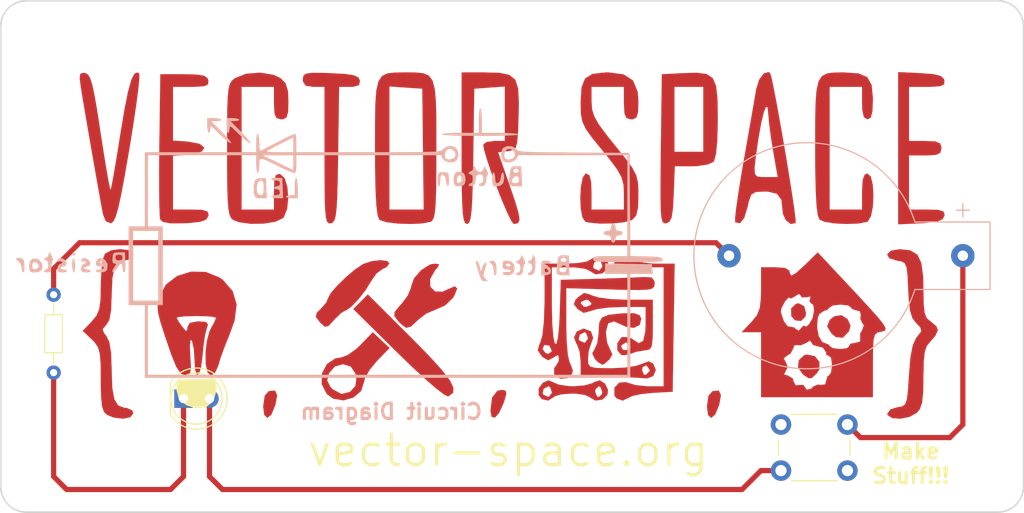
<source format=kicad_pcb>
(kicad_pcb (version 4) (host pcbnew 4.0.7)

  (general
    (links 6)
    (no_connects 2)
    (area 84.924999 49.924999 185.075001 100.075001)
    (thickness 1.6)
    (drawings 11)
    (tracks 18)
    (zones 0)
    (modules 7)
    (nets 5)
  )

  (page A4)
  (layers
    (0 F.Cu signal)
    (31 B.Cu signal)
    (32 B.Adhes user)
    (33 F.Adhes user)
    (34 B.Paste user)
    (35 F.Paste user)
    (36 B.SilkS user)
    (37 F.SilkS user)
    (38 B.Mask user)
    (39 F.Mask user)
    (40 Dwgs.User user)
    (41 Cmts.User user)
    (42 Eco1.User user)
    (43 Eco2.User user)
    (44 Edge.Cuts user)
    (45 Margin user)
    (46 B.CrtYd user)
    (47 F.CrtYd user)
    (48 B.Fab user)
    (49 F.Fab user)
  )

  (setup
    (last_trace_width 0.508)
    (trace_clearance 0.2)
    (zone_clearance 0.508)
    (zone_45_only no)
    (trace_min 0.2)
    (segment_width 0.2)
    (edge_width 0.15)
    (via_size 0.6)
    (via_drill 0.4)
    (via_min_size 0.4)
    (via_min_drill 0.3)
    (uvia_size 0.3)
    (uvia_drill 0.1)
    (uvias_allowed no)
    (uvia_min_size 0)
    (uvia_min_drill 0)
    (pcb_text_width 0.3)
    (pcb_text_size 1.5 1.5)
    (mod_edge_width 0.15)
    (mod_text_size 1 1)
    (mod_text_width 0.15)
    (pad_size 1.524 1.524)
    (pad_drill 0.762)
    (pad_to_mask_clearance 0.2)
    (aux_axis_origin 85.09 100.33)
    (grid_origin 85.09 100.33)
    (visible_elements FFFFFF7F)
    (pcbplotparams
      (layerselection 0x010f0_80000001)
      (usegerberextensions true)
      (excludeedgelayer true)
      (linewidth 0.100000)
      (plotframeref false)
      (viasonmask false)
      (mode 1)
      (useauxorigin true)
      (hpglpennumber 1)
      (hpglpenspeed 20)
      (hpglpendiameter 15)
      (hpglpenoverlay 2)
      (psnegative false)
      (psa4output false)
      (plotreference true)
      (plotvalue true)
      (plotinvisibletext false)
      (padsonsilk false)
      (subtractmaskfromsilk false)
      (outputformat 1)
      (mirror false)
      (drillshape 0)
      (scaleselection 1)
      (outputdirectory plot/))
  )

  (net 0 "")
  (net 1 "Net-(D1-Pad1)")
  (net 2 "Net-(D1-Pad2)")
  (net 3 "Net-(BT1-Pad2)")
  (net 4 "Net-(BT1-Pad1)")

  (net_class Default "This is the default net class."
    (clearance 0.2)
    (trace_width 0.508)
    (via_dia 0.6)
    (via_drill 0.4)
    (uvia_dia 0.3)
    (uvia_drill 0.1)
    (add_net "Net-(BT1-Pad1)")
    (add_net "Net-(BT1-Pad2)")
    (add_net "Net-(D1-Pad1)")
    (add_net "Net-(D1-Pad2)")
  )

  (module VS-Logo:VS-Logo (layer F.Cu) (tedit 0) (tstamp 5AA55191)
    (at 135 75)
    (fp_text reference G*** (at 0 0) (layer F.Cu) hide
      (effects (font (thickness 0.3)))
    )
    (fp_text value LOGO (at 0.75 0) (layer F.Cu) hide
      (effects (font (thickness 0.3)))
    )
    (fp_poly (pts (xy -37.534662 -0.611681) (xy -37.075812 -0.313404) (xy -37.041667 -0.176389) (xy -37.33134 0.26711)
      (xy -37.676667 0.352778) (xy -38.391931 0.512824) (xy -38.847467 1.060988) (xy -39.088019 2.099304)
      (xy -39.158334 3.729808) (xy -39.158334 3.731526) (xy -39.212263 5.263091) (xy -39.388809 6.218824)
      (xy -39.6964 6.710164) (xy -40.050526 7.119479) (xy -39.875239 7.544732) (xy -39.6964 7.751277)
      (xy -39.387374 8.365326) (xy -39.214224 9.439053) (xy -39.158391 11.089965) (xy -39.158334 11.157917)
      (xy -39.101372 12.854206) (xy -38.902049 13.957359) (xy -38.517705 14.572718) (xy -37.905681 14.805621)
      (xy -37.676667 14.816667) (xy -37.144469 15.058061) (xy -37.041667 15.345833) (xy -37.33555 15.722509)
      (xy -38.051978 15.864819) (xy -38.943123 15.75841) (xy -39.599306 15.493965) (xy -39.905106 15.202232)
      (xy -40.092394 14.664564) (xy -40.187406 13.7341) (xy -40.216381 12.263978) (xy -40.216667 12.038409)
      (xy -40.233182 10.521112) (xy -40.309624 9.530165) (xy -40.486339 8.886636) (xy -40.803671 8.41159)
      (xy -41.102341 8.110385) (xy -41.988015 7.278337) (xy -41.102341 6.353893) (xy -40.638259 5.788651)
      (xy -40.370791 5.162963) (xy -40.247697 4.26634) (xy -40.216736 2.88829) (xy -40.216667 2.78528)
      (xy -40.159051 1.289649) (xy -40.000368 0.207111) (xy -39.793334 -0.282222) (xy -39.161863 -0.606415)
      (xy -38.319492 -0.712793) (xy -37.534662 -0.611681)) (layer F.Cu) (width 0.01))
    (fp_poly (pts (xy -22.975114 13.574395) (xy -23.147653 14.518411) (xy -23.538974 15.460935) (xy -23.933542 15.7908)
      (xy -24.233469 15.496514) (xy -24.341667 14.658604) (xy -24.185342 13.61647) (xy -23.797286 13.174513)
      (xy -23.178584 13.109683) (xy -22.975114 13.574395)) (layer F.Cu) (width 0.01))
    (fp_poly (pts (xy -0.642576 13.11707) (xy -0.567364 13.434778) (xy -0.784937 14.193145) (xy -0.840843 14.355838)
      (xy -1.274472 15.309074) (xy -1.693233 15.765383) (xy -2.004594 15.674325) (xy -2.116667 15.051306)
      (xy -1.950605 13.787746) (xy -1.451308 13.143885) (xy -1.039057 13.052778) (xy -0.642576 13.11707)) (layer F.Cu) (width 0.01))
    (fp_poly (pts (xy 20.416552 13.574395) (xy 20.244014 14.518411) (xy 19.852693 15.460935) (xy 19.458125 15.7908)
      (xy 19.158198 15.496514) (xy 19.05 14.658604) (xy 19.206325 13.61647) (xy 19.594381 13.174513)
      (xy 20.213083 13.109683) (xy 20.416552 13.574395)) (layer F.Cu) (width 0.01))
    (fp_poly (pts (xy 38.931341 -0.592246) (xy 39.614309 -0.179879) (xy 40.012015 0.640198) (xy 40.189155 1.97664)
      (xy 40.216666 3.187786) (xy 40.238753 4.618743) (xy 40.329311 5.508235) (xy 40.524792 6.019624)
      (xy 40.861645 6.316273) (xy 40.922222 6.35) (xy 41.483004 6.832609) (xy 41.627778 7.18968)
      (xy 41.386392 7.755409) (xy 40.922222 8.290278) (xy 40.561663 8.723722) (xy 40.347174 9.334627)
      (xy 40.24382 10.297652) (xy 40.216672 11.787458) (xy 40.216666 11.818055) (xy 40.186709 13.344326)
      (xy 40.076275 14.332818) (xy 39.854525 14.94956) (xy 39.571527 15.291157) (xy 38.849714 15.689936)
      (xy 37.970942 15.865512) (xy 37.18067 15.811234) (xy 36.724356 15.52045) (xy 36.688889 15.369266)
      (xy 36.999703 14.95526) (xy 37.659028 14.751904) (xy 38.126951 14.671114) (xy 38.42322 14.464615)
      (xy 38.599781 13.98909) (xy 38.708581 13.101221) (xy 38.801566 11.657692) (xy 38.805555 11.58871)
      (xy 38.95378 9.851597) (xy 39.177753 8.689526) (xy 39.504956 7.973637) (xy 39.602161 7.85361)
      (xy 40.012614 7.314384) (xy 39.911547 6.918376) (xy 39.528051 6.54172) (xy 39.145798 6.046417)
      (xy 38.90895 5.292346) (xy 38.775391 4.103966) (xy 38.731445 3.221265) (xy 38.668644 1.85987)
      (xy 38.569377 1.050121) (xy 38.374908 0.638461) (xy 38.026501 0.471329) (xy 37.659028 0.41754)
      (xy 36.865898 0.167347) (xy 36.674228 -0.215954) (xy 37.047957 -0.563184) (xy 37.898412 -0.705556)
      (xy 38.931341 -0.592246)) (layer F.Cu) (width 0.01))
    (fp_poly (pts (xy -28.927778 13.151824) (xy -29.206226 14.165074) (xy -29.944634 14.746173) (xy -30.9976 14.825383)
      (xy -31.838195 14.5477) (xy -32.587014 13.966045) (xy -32.80796 13.086354) (xy -32.808334 13.033528)
      (xy -32.774232 12.439467) (xy -32.556174 12.130256) (xy -31.980526 12.012911) (xy -30.873656 11.994444)
      (xy -28.927778 11.994444) (xy -28.927778 13.151824)) (layer F.SilkS) (width 0.01))
    (fp_poly (pts (xy -11.982399 8.953749) (xy -13.223144 10.224387) (xy -13.948839 11.10528) (xy -14.395602 11.912885)
      (xy -14.463889 12.219226) (xy -14.763137 13.152881) (xy -15.514992 13.795034) (xy -16.500626 14.070926)
      (xy -17.501206 13.9058) (xy -18.11338 13.465972) (xy -18.614583 12.486998) (xy -18.605534 12.132106)
      (xy -18.08819 12.132106) (xy -17.776391 12.744004) (xy -17.550004 12.984873) (xy -16.696875 13.451736)
      (xy -15.856478 13.247364) (xy -15.332269 12.678053) (xy -15.234487 12.076743) (xy -15.319343 11.445227)
      (xy -15.777332 10.764989) (xy -16.529859 10.534572) (xy -17.325604 10.756755) (xy -17.905306 11.416617)
      (xy -18.08819 12.132106) (xy -18.605534 12.132106) (xy -18.587862 11.439039) (xy -18.114303 10.529444)
      (xy -17.274993 9.965565) (xy -16.710176 9.877778) (xy -16.06313 9.636276) (xy -15.220164 9.024321)
      (xy -14.818452 8.644897) (xy -13.623497 7.412017) (xy -11.982399 8.953749)) (layer F.Cu) (width 0.01))
    (fp_poly (pts (xy 9.082773 12.433609) (xy 9.371032 13.029145) (xy 9.32383 13.519312) (xy 8.844527 13.992027)
      (xy 8.144576 14.092221) (xy 7.591695 13.769357) (xy 7.584722 13.758333) (xy 7.127161 13.542763)
      (xy 6.234497 13.417978) (xy 5.820833 13.405555) (xy 4.830467 13.479571) (xy 4.16864 13.665684)
      (xy 4.056944 13.758333) (xy 3.520695 14.094675) (xy 2.892641 13.941422) (xy 2.586521 13.554589)
      (xy 2.590599 13.385869) (xy 2.977615 13.385869) (xy 3.066998 13.532739) (xy 3.579096 13.747342)
      (xy 3.870316 13.369754) (xy 3.880555 13.229167) (xy 8.113889 13.229167) (xy 8.304379 13.698632)
      (xy 8.466666 13.758333) (xy 8.779644 13.472598) (xy 8.819444 13.229167) (xy 8.628954 12.759701)
      (xy 8.466666 12.7) (xy 8.153689 12.985735) (xy 8.113889 13.229167) (xy 3.880555 13.229167)
      (xy 3.701111 12.759537) (xy 3.548597 12.7) (xy 3.087934 12.933418) (xy 2.977615 13.385869)
      (xy 2.590599 13.385869) (xy 2.602231 12.904676) (xy 2.992294 12.357347) (xy 3.541511 12.114908)
      (xy 3.948591 12.274147) (xy 4.540425 12.532121) (xy 5.533117 12.683428) (xy 5.997222 12.7)
      (xy 7.067883 12.612388) (xy 7.865259 12.391589) (xy 8.045853 12.274147) (xy 8.572198 12.114862)
      (xy 9.082773 12.433609)) (layer F.Cu) (width 0.01))
    (fp_poly (pts (xy 11.641023 0.271406) (xy 11.683611 0.297102) (xy 12.412994 0.537879) (xy 13.520368 0.684604)
      (xy 14.114464 0.705556) (xy 15.89128 0.705556) (xy 15.794945 6.967361) (xy 15.698611 13.229167)
      (xy 13.758333 13.337569) (xy 12.620206 13.454731) (xy 11.768782 13.639998) (xy 11.482916 13.778542)
      (xy 10.801663 14.097736) (xy 10.185157 13.8648) (xy 10.003627 13.577452) (xy 10.005533 12.841607)
      (xy 10.462097 12.341162) (xy 11.148268 12.287952) (xy 11.30274 12.354635) (xy 12.067423 12.578881)
      (xy 13.139714 12.695373) (xy 13.382363 12.7) (xy 14.816666 12.7) (xy 14.816666 1.058333)
      (xy 13.577157 1.058333) (xy 12.534695 1.172975) (xy 11.710669 1.450501) (xy 11.683611 1.466787)
      (xy 10.876167 1.703674) (xy 10.18853 1.494137) (xy 9.878727 0.921741) (xy 9.877777 0.881944)
      (xy 10.159702 0.292251) (xy 10.833459 0.060883) (xy 11.641023 0.271406)) (layer F.Cu) (width 0.01))
    (fp_poly (pts (xy -9.865161 7.945154) (xy -8.117068 9.725648) (xy -6.868604 11.100242) (xy -6.085307 12.124078)
      (xy -5.732719 12.852294) (xy -5.776379 13.340033) (xy -6.181826 13.642434) (xy -6.281997 13.678635)
      (xy -6.671105 13.491394) (xy -7.464393 12.877788) (xy -8.572127 11.915295) (xy -9.904573 10.681393)
      (xy -11.136852 9.486894) (xy -15.530544 5.143198) (xy -14.106821 3.719475) (xy -9.865161 7.945154)) (layer F.Cu) (width 0.01))
    (fp_poly (pts (xy 33.450938 3.417826) (xy 34.819898 4.892292) (xy 35.752823 5.935415) (xy 36.302749 6.624398)
      (xy 36.522711 7.036442) (xy 36.465745 7.24875) (xy 36.184887 7.338525) (xy 36.14781 7.343571)
      (xy 35.734512 7.427132) (xy 35.4785 7.642478) (xy 35.342136 8.130785) (xy 35.287779 9.033227)
      (xy 35.277788 10.49098) (xy 35.277778 10.606766) (xy 35.277778 13.758333) (xy 24.341666 13.758333)
      (xy 24.341666 9.966945) (xy 26.551575 9.966945) (xy 26.743726 10.304282) (xy 26.956972 10.823667)
      (xy 26.759521 11.174662) (xy 26.584801 11.55425) (xy 26.944304 11.641667) (xy 27.438715 11.923839)
      (xy 27.516666 12.208577) (xy 27.733577 12.609138) (xy 28.045833 12.572426) (xy 28.50009 12.565093)
      (xy 28.575 12.711072) (xy 28.80173 13.028508) (xy 29.247559 12.929259) (xy 29.447422 12.715407)
      (xy 29.906348 12.523221) (xy 30.173797 12.576762) (xy 30.616825 12.507702) (xy 30.691666 12.208577)
      (xy 30.841519 11.714957) (xy 30.985648 11.641667) (xy 31.193303 11.335229) (xy 31.279629 10.598852)
      (xy 31.196217 9.924509) (xy 30.994616 9.732666) (xy 30.985648 9.737727) (xy 30.732734 9.623553)
      (xy 30.691666 9.369431) (xy 30.396735 8.915677) (xy 29.986111 8.819444) (xy 29.413163 8.653858)
      (xy 29.280555 8.423471) (xy 29.120415 8.228156) (xy 28.766842 8.453841) (xy 28.167244 8.707423)
      (xy 27.884898 8.652606) (xy 27.56395 8.716149) (xy 27.516666 8.93727) (xy 27.229462 9.4871)
      (xy 26.928509 9.675211) (xy 26.551575 9.966945) (xy 24.341666 9.966945) (xy 24.341666 7.408333)
      (xy 22.445774 7.408333) (xy 23.39372 6.418891) (xy 23.936413 5.752255) (xy 24.05711 5.450149)
      (xy 26.270192 5.450149) (xy 26.564791 6.32062) (xy 26.932936 6.83346) (xy 27.176478 6.871386)
      (xy 27.591588 6.945159) (xy 27.712776 7.087465) (xy 28.028556 7.259674) (xy 28.260917 7.005025)
      (xy 28.364306 6.897909) (xy 29.810512 6.897909) (xy 29.974727 7.785714) (xy 30.317735 8.368829)
      (xy 30.556403 8.466667) (xy 30.999296 8.63751) (xy 31.044444 8.760648) (xy 31.350882 8.968304)
      (xy 32.087259 9.05463) (xy 32.761602 8.971217) (xy 32.953444 8.769616) (xy 32.948384 8.760648)
      (xy 33.08993 8.530444) (xy 33.513889 8.466667) (xy 34.0204 8.330757) (xy 34.033505 8.098435)
      (xy 34.032823 7.549111) (xy 34.206204 7.247898) (xy 34.401903 6.723716) (xy 34.251982 6.546498)
      (xy 34.04468 6.078172) (xy 34.096206 5.809536) (xy 34.027146 5.366508) (xy 33.728021 5.291667)
      (xy 33.234401 5.141814) (xy 33.161111 4.997685) (xy 32.854321 4.791205) (xy 32.115223 4.703724)
      (xy 32.102778 4.703704) (xy 31.359447 4.788923) (xy 31.044517 4.994228) (xy 31.044444 4.997685)
      (xy 30.760827 5.264473) (xy 30.556422 5.291667) (xy 30.076009 5.586025) (xy 29.893075 5.962112)
      (xy 29.810512 6.897909) (xy 28.364306 6.897909) (xy 28.520767 6.735809) (xy 28.569598 6.816171)
      (xy 28.767117 6.854618) (xy 29.028714 6.639782) (xy 29.380826 6.030194) (xy 29.53145 5.300794)
      (xy 29.451794 4.734336) (xy 29.237811 4.586111) (xy 29.063843 4.361576) (xy 29.141218 4.173383)
      (xy 29.158314 3.908464) (xy 28.80926 3.985922) (xy 28.319925 4.002734) (xy 28.222222 3.826288)
      (xy 28.030049 3.663205) (xy 27.693055 3.880556) (xy 27.267165 4.116835) (xy 27.163889 4.032714)
      (xy 26.995748 4.046281) (xy 26.676253 4.412584) (xy 26.323049 5.08254) (xy 26.270192 5.450149)
      (xy 24.05711 5.450149) (xy 24.223237 5.034334) (xy 24.330952 4.008039) (xy 24.341666 3.243891)
      (xy 24.341666 1.058333) (xy 25.752778 1.058333) (xy 26.699145 1.130043) (xy 27.109201 1.390247)
      (xy 27.163889 1.659095) (xy 27.302654 1.882158) (xy 27.762097 1.62413) (xy 28.523961 0.931783)
      (xy 29.884033 -0.396292) (xy 33.450938 3.417826)) (layer F.Cu) (width 0.01))
    (fp_poly (pts (xy 9.328935 0.320942) (xy 9.39049 0.896385) (xy 9.312012 1.202887) (xy 8.834946 1.655428)
      (xy 8.133204 1.740924) (xy 7.586284 1.413625) (xy 7.584722 1.411111) (xy 7.132625 1.206423)
      (xy 6.224707 1.079129) (xy 5.623624 1.058333) (xy 3.880555 1.058333) (xy 3.880555 4.74168)
      (xy 3.920025 6.567408) (xy 4.022973 7.829916) (xy 4.166213 8.504627) (xy 4.326556 8.566963)
      (xy 4.480814 7.992345) (xy 4.605797 6.756197) (xy 4.660901 5.568786) (xy 4.7625 2.293056)
      (xy 8.290277 2.189669) (xy 9.923342 2.137641) (xy 11.399964 2.083174) (xy 12.504925 2.034547)
      (xy 12.876389 2.01328) (xy 13.640254 2.056616) (xy 13.917346 2.410428) (xy 13.934722 2.645833)
      (xy 13.898083 2.93979) (xy 13.710929 3.133183) (xy 13.2574 3.241569) (xy 12.421637 3.280502)
      (xy 11.087783 3.265539) (xy 9.613194 3.226057) (xy 5.291666 3.100726) (xy 5.291666 6.595085)
      (xy 5.332806 8.348034) (xy 5.448658 9.650945) (xy 5.627874 10.393235) (xy 5.691287 10.489065)
      (xy 5.931244 11.130008) (xy 5.878748 11.441565) (xy 5.403349 11.897561) (xy 4.715893 11.952139)
      (xy 4.171183 11.598276) (xy 4.110095 11.476575) (xy 4.113856 10.908916) (xy 4.24874 10.7502)
      (xy 4.551918 10.252513) (xy 4.586111 9.990151) (xy 4.497259 9.631953) (xy 4.119608 9.826911)
      (xy 4.039239 9.892472) (xy 3.521222 10.150149) (xy 3.005167 9.856) (xy 2.899607 9.753576)
      (xy 2.507818 9.174786) (xy 2.541126 9.057604) (xy 2.971757 9.057604) (xy 3.254087 9.440786)
      (xy 3.548597 9.525) (xy 3.874185 9.288306) (xy 3.880555 9.231018) (xy 3.650426 8.719768)
      (xy 3.172719 8.648773) (xy 3.12004 8.677023) (xy 2.971757 9.057604) (xy 2.541126 9.057604)
      (xy 2.681436 8.563989) (xy 2.740924 8.465751) (xy 2.96178 7.727745) (xy 3.109871 6.401319)
      (xy 3.17344 4.600962) (xy 3.175 4.23812) (xy 3.175 1.038647) (xy 7.916504 1.038647)
      (xy 8.005887 1.185517) (xy 8.517985 1.40012) (xy 8.809205 1.022531) (xy 8.819444 0.881944)
      (xy 8.64 0.412315) (xy 8.487486 0.352778) (xy 8.026822 0.586196) (xy 7.916504 1.038647)
      (xy 3.175 1.038647) (xy 3.175 0.705556) (xy 5.270847 0.705556) (xy 6.426308 0.650438)
      (xy 7.275142 0.507583) (xy 7.584722 0.352778) (xy 8.104006 0.051624) (xy 8.829184 0.0417)
      (xy 9.328935 0.320942)) (layer F.Cu) (width 0.01))
    (fp_poly (pts (xy 7.700814 7.321362) (xy 7.922014 7.960395) (xy 7.733874 8.498658) (xy 7.493066 9.21639)
      (xy 7.413735 9.965972) (xy 7.441351 10.486685) (xy 7.637664 10.776898) (xy 8.161869 10.90398)
      (xy 9.173165 10.935303) (xy 9.706175 10.936111) (xy 11.014495 10.871506) (xy 12.115678 10.703393)
      (xy 12.695981 10.503973) (xy 13.361555 10.25371) (xy 13.796371 10.48026) (xy 14.049794 11.106396)
      (xy 13.808086 11.689928) (xy 13.206908 11.927166) (xy 13.152044 11.922638) (xy 12.517016 11.875104)
      (xy 11.391942 11.812972) (xy 9.991844 11.747825) (xy 9.613194 11.731982) (xy 6.702778 11.613132)
      (xy 6.702778 11.1125) (xy 12.7 11.1125) (xy 12.878999 11.551557) (xy 13.079236 11.574051)
      (xy 13.443712 11.20985) (xy 13.458472 11.1125) (xy 13.183827 10.698856) (xy 13.079236 10.650949)
      (xy 12.757559 10.821242) (xy 12.7 11.1125) (xy 6.702778 11.1125) (xy 6.702778 10.286844)
      (xy 6.602667 9.311077) (xy 6.356418 8.626014) (xy 6.303157 8.560935) (xy 6.120938 8.094203)
      (xy 6.505393 8.094203) (xy 6.594776 8.241072) (xy 7.106873 8.455676) (xy 7.398094 8.078087)
      (xy 7.408333 7.9375) (xy 7.228889 7.467871) (xy 7.076375 7.408333) (xy 6.615711 7.641751)
      (xy 6.505393 8.094203) (xy 6.120938 8.094203) (xy 6.056043 7.927985) (xy 6.329936 7.329193)
      (xy 6.98876 7.055709) (xy 7.00674 7.055556) (xy 7.700814 7.321362)) (layer F.Cu) (width 0.01))
    (fp_poly (pts (xy -29.942865 1.520843) (xy -28.592986 2.066938) (xy -28.261285 2.314321) (xy -27.31262 3.414668)
      (xy -26.939965 4.693763) (xy -27.131657 6.250268) (xy -27.631538 7.642308) (xy -28.142032 8.902595)
      (xy -28.550504 10.046718) (xy -28.730111 10.671528) (xy -29.046925 11.375174) (xy -29.463666 11.641667)
      (xy -29.779574 11.331218) (xy -29.951075 10.539185) (xy -29.978473 9.474542) (xy -29.862077 8.346258)
      (xy -29.602191 7.363307) (xy -29.456945 7.055556) (xy -29.088543 6.362391) (xy -28.941322 5.997222)
      (xy -29.253794 5.900634) (xy -30.071882 5.836565) (xy -30.86917 5.820833) (xy -31.929262 5.849825)
      (xy -32.628878 5.924614) (xy -32.797186 5.997222) (xy -32.599553 6.382976) (xy -32.267947 6.858398)
      (xy -31.885042 7.300988) (xy -31.758406 7.176495) (xy -31.75 6.946593) (xy -31.524232 6.500257)
      (xy -30.764808 6.351145) (xy -30.653924 6.35) (xy -29.918862 6.413472) (xy -29.740763 6.675952)
      (xy -29.838876 6.967361) (xy -30.018197 7.650817) (xy -30.181291 8.754226) (xy -30.260731 9.613194)
      (xy -30.411973 10.819677) (xy -30.623993 11.485863) (xy -30.839089 11.573057) (xy -30.999559 11.042565)
      (xy -31.049847 10.142361) (xy -31.118054 9.097444) (xy -31.281649 8.321918) (xy -31.344725 8.186752)
      (xy -31.475116 8.243421) (xy -31.514409 8.86578) (xy -31.472028 9.686057) (xy -31.405426 10.807378)
      (xy -31.473232 11.394195) (xy -31.717723 11.61152) (xy -31.970899 11.633154) (xy -32.407157 11.440415)
      (xy -32.835224 10.800898) (xy -33.323175 9.604765) (xy -33.446731 9.251904) (xy -34.029485 7.536968)
      (xy -34.407682 6.34073) (xy -34.610572 5.516197) (xy -34.667406 4.916377) (xy -34.607437 4.394279)
      (xy -34.500754 3.955313) (xy -33.851158 2.749504) (xy -32.753767 1.909943) (xy -31.390398 1.48445)
      (xy -29.942865 1.520843)) (layer F.Cu) (width 0.01))
    (fp_poly (pts (xy 12.456004 5.74506) (xy 12.624687 6.086483) (xy 12.47819 6.689203) (xy 11.897662 6.983281)
      (xy 11.120619 6.876489) (xy 10.894167 6.758453) (xy 9.959534 6.351702) (xy 9.393335 6.542818)
      (xy 9.175956 7.340411) (xy 9.172222 7.514167) (xy 9.288882 8.4435) (xy 9.570555 9.076317)
      (xy 9.580604 9.086715) (xy 9.797659 9.576378) (xy 9.537408 10.039215) (xy 9.046147 10.489668)
      (xy 8.819444 10.583333) (xy 8.399867 10.343496) (xy 8.10148 10.039215) (xy 7.836563 9.473478)
      (xy 8.058284 9.086715) (xy 8.325889 8.486379) (xy 8.46224 7.52968) (xy 8.466666 7.326706)
      (xy 8.521335 6.475223) (xy 8.787254 5.974452) (xy 9.417292 5.71463) (xy 10.564315 5.585998)
      (xy 10.92292 5.563091) (xy 11.944422 5.558849) (xy 12.456004 5.74506)) (layer F.Cu) (width 0.01))
    (fp_poly (pts (xy 7.635921 3.723714) (xy 7.762027 3.799257) (xy 8.461834 4.017914) (xy 9.63752 4.172481)
      (xy 11.060247 4.233269) (xy 11.107713 4.233333) (xy 13.758333 4.233333) (xy 13.758333 6.702778)
      (xy 13.740275 7.998646) (xy 13.656274 8.740889) (xy 13.461589 9.081118) (xy 13.111477 9.170946)
      (xy 13.029585 9.172222) (xy 12.115409 9.320799) (xy 11.706669 9.47733) (xy 10.983109 9.661916)
      (xy 10.671527 9.624321) (xy 10.290871 9.184978) (xy 10.287267 8.792986) (xy 10.650949 8.792986)
      (xy 10.821242 9.114663) (xy 11.1125 9.172222) (xy 11.551557 8.993223) (xy 11.574051 8.792986)
      (xy 11.209849 8.42851) (xy 11.1125 8.41375) (xy 10.698856 8.688395) (xy 10.650949 8.792986)
      (xy 10.287267 8.792986) (xy 10.284702 8.514007) (xy 10.630468 7.963015) (xy 10.783435 7.879585)
      (xy 11.478722 7.902611) (xy 11.735935 8.067046) (xy 12.388017 8.49448) (xy 12.819359 8.251832)
      (xy 13.02999 7.33907) (xy 13.052777 6.702778) (xy 13.052777 4.938889) (xy 10.73653 4.938889)
      (xy 9.417064 4.996499) (xy 8.298448 5.146472) (xy 7.696762 5.326105) (xy 6.991051 5.515009)
      (xy 6.409637 5.149716) (xy 6.041009 4.670864) (xy 6.072289 4.586111) (xy 6.702778 4.586111)
      (xy 6.988512 4.899088) (xy 7.231944 4.938889) (xy 7.70141 4.748399) (xy 7.761111 4.586111)
      (xy 7.475376 4.273134) (xy 7.231944 4.233333) (xy 6.762478 4.423823) (xy 6.702778 4.586111)
      (xy 6.072289 4.586111) (xy 6.194964 4.253727) (xy 6.456496 3.975646) (xy 7.039237 3.571064)
      (xy 7.635921 3.723714)) (layer F.Cu) (width 0.01))
    (fp_poly (pts (xy -12.200035 0.456361) (xy -11.994445 0.681783) (xy -12.28378 1.047091) (xy -12.643516 1.216795)
      (xy -13.263781 1.667188) (xy -13.773205 2.387096) (xy -14.316515 3.276455) (xy -15.020396 4.182697)
      (xy -15.717462 4.914223) (xy -16.240331 5.279436) (xy -16.310701 5.291667) (xy -16.725906 5.534869)
      (xy -17.33268 6.127913) (xy -17.398223 6.202917) (xy -17.949599 6.793682) (xy -18.304296 6.885685)
      (xy -18.717932 6.521677) (xy -18.795269 6.436567) (xy -19.197131 5.903836) (xy -19.094782 5.506411)
      (xy -18.700078 5.117862) (xy -18.170261 4.502218) (xy -17.991667 4.073864) (xy -17.74027 3.593952)
      (xy -17.101299 2.853665) (xy -16.247589 2.021293) (xy -15.351972 1.265127) (xy -14.58728 0.753456)
      (xy -14.575276 0.747265) (xy -13.738068 0.462477) (xy -12.861994 0.363369) (xy -12.200035 0.456361)) (layer F.Cu) (width 0.01))
    (fp_poly (pts (xy -7.158748 0.754613) (xy -7.245052 1.021916) (xy -7.530046 1.350695) (xy -8.026177 2.221209)
      (xy -7.993609 2.965989) (xy -7.540707 3.425595) (xy -6.775836 3.440586) (xy -6.268916 3.206232)
      (xy -5.594211 2.920382) (xy -5.376209 3.143887) (xy -5.644218 3.824728) (xy -5.789056 4.057956)
      (xy -6.557369 4.791035) (xy -7.399633 5.166454) (xy -8.384238 5.577221) (xy -9.209007 6.212766)
      (xy -9.890248 6.86235) (xy -10.368662 6.982818) (xy -10.888426 6.590944) (xy -11.118002 6.343921)
      (xy -11.50493 5.85045) (xy -11.498868 5.453786) (xy -11.054404 4.895704) (xy -10.8199 4.648923)
      (xy -10.200195 3.825027) (xy -9.887054 3.062136) (xy -9.877778 2.952607) (xy -9.588323 2.138038)
      (xy -8.890087 1.336084) (xy -8.038259 0.797998) (xy -7.595504 0.705556) (xy -7.158748 0.754613)) (layer F.Cu) (width 0.01))
    (fp_poly (pts (xy -36.462575 -17.882945) (xy -36.447048 -17.478621) (xy -36.540775 -16.486756) (xy -36.72971 -15.01451)
      (xy -36.99981 -13.169041) (xy -37.33703 -11.057507) (xy -37.429879 -10.502375) (xy -37.860178 -8.011318)
      (xy -38.209928 -6.139276) (xy -38.498693 -4.806846) (xy -38.746035 -3.934625) (xy -38.971517 -3.443211)
      (xy -39.194703 -3.253202) (xy -39.21723 -3.247801) (xy -39.733586 -3.438194) (xy -40.000949 -4.125501)
      (xy -40.14714 -4.896638) (xy -40.383639 -6.203361) (xy -40.682514 -7.885681) (xy -41.015834 -9.783606)
      (xy -41.355667 -11.737145) (xy -41.67408 -13.586308) (xy -41.943143 -15.171103) (xy -42.134924 -16.331541)
      (xy -42.165743 -16.525271) (xy -42.282292 -17.469599) (xy -42.202942 -17.890377) (xy -41.878836 -17.954115)
      (xy -41.752541 -17.93353) (xy -41.493279 -17.800717) (xy -41.268044 -17.44536) (xy -41.051652 -16.770194)
      (xy -40.818919 -15.677956) (xy -40.544661 -14.071383) (xy -40.23877 -12.087081) (xy -39.945528 -10.187584)
      (xy -39.68069 -8.569233) (xy -39.463862 -7.344311) (xy -39.314649 -6.6251) (xy -39.260303 -6.483216)
      (xy -39.167816 -6.85458) (xy -38.990589 -7.801067) (xy -38.749977 -9.200268) (xy -38.467337 -10.929774)
      (xy -38.301069 -11.981524) (xy -37.901634 -14.380341) (xy -37.549282 -16.128444) (xy -37.227813 -17.27783)
      (xy -36.92103 -17.880499) (xy -36.612732 -17.988448) (xy -36.462575 -17.882945)) (layer F.Cu) (width 0.01))
    (fp_poly (pts (xy -30.834702 -17.783768) (xy -30.109324 -17.662516) (xy -29.7752 -17.411444) (xy -29.700492 -17.197917)
      (xy -29.73393 -16.829459) (xy -30.121082 -16.643345) (xy -31.015714 -16.582762) (xy -31.371355 -16.580556)
      (xy -33.161111 -16.580556) (xy -33.161111 -11.329457) (xy -31.661806 -11.220978) (xy -30.554589 -11.007862)
      (xy -30.10414 -10.654881) (xy -30.310458 -10.279979) (xy -31.173543 -10.0011) (xy -31.661806 -9.945688)
      (xy -33.161111 -9.83721) (xy -33.161111 -4.586111) (xy -31.371355 -4.586111) (xy -30.309922 -4.550031)
      (xy -29.798176 -4.403921) (xy -29.682261 -4.090978) (xy -29.699204 -3.96875) (xy -29.907325 -3.610789)
      (xy -30.463745 -3.395062) (xy -31.52078 -3.274206) (xy -32.022693 -3.246242) (xy -33.382889 -3.235519)
      (xy -34.150825 -3.374625) (xy -34.40829 -3.609418) (xy -34.45925 -4.094493) (xy -34.494693 -5.168035)
      (xy -34.513287 -6.713094) (xy -34.513697 -8.612725) (xy -34.494591 -10.749979) (xy -34.491918 -10.946509)
      (xy -34.395834 -17.815278) (xy -32.107609 -17.815278) (xy -30.834702 -17.783768)) (layer F.Cu) (width 0.01))
    (fp_poly (pts (xy -23.318175 -17.754392) (xy -22.656273 -17.442496) (xy -22.156654 -16.937078) (xy -21.923119 -16.184823)
      (xy -21.872222 -15.149441) (xy -21.910246 -14.098792) (xy -22.071269 -13.577662) (xy -22.425719 -13.411976)
      (xy -22.577778 -13.405556) (xy -23.018694 -13.509425) (xy -23.227191 -13.94073) (xy -23.283064 -14.879012)
      (xy -23.283334 -14.993056) (xy -23.283334 -16.580556) (xy -26.458334 -16.580556) (xy -26.458334 -4.586111)
      (xy -23.283334 -4.586111) (xy -23.283334 -6.375867) (xy -23.247241 -7.437337) (xy -23.101093 -7.949137)
      (xy -22.78809 -8.065142) (xy -22.665972 -8.048258) (xy -22.241009 -7.64741) (xy -21.978365 -6.793045)
      (xy -21.892121 -5.721455) (xy -21.996357 -4.668929) (xy -22.305156 -3.871758) (xy -22.409614 -3.746339)
      (xy -23.12716 -3.402345) (xy -24.261369 -3.213303) (xy -25.538238 -3.18998) (xy -26.683765 -3.343144)
      (xy -27.252084 -3.556035) (xy -27.471736 -3.746802) (xy -27.632682 -4.091491) (xy -27.743833 -4.688977)
      (xy -27.814103 -5.638131) (xy -27.852406 -7.037828) (xy -27.867653 -8.98694) (xy -27.869445 -10.40447)
      (xy -27.866247 -12.693904) (xy -27.848985 -14.381062) (xy -27.806152 -15.569219) (xy -27.726244 -16.36165)
      (xy -27.597756 -16.861631) (xy -27.409183 -17.172436) (xy -27.149019 -17.397341) (xy -27.085394 -17.442496)
      (xy -26.00017 -17.86358) (xy -24.629491 -17.967545) (xy -23.318175 -17.754392)) (layer F.Cu) (width 0.01))
    (fp_poly (pts (xy -18.480842 -17.944162) (xy -17.730909 -17.918312) (xy -16.314801 -17.839475) (xy -15.461837 -17.71069)
      (xy -15.029747 -17.49597) (xy -14.88282 -17.197917) (xy -14.960009 -16.752745) (xy -15.527484 -16.589178)
      (xy -15.841349 -16.580556) (xy -16.917765 -16.580556) (xy -17.013744 -9.97053) (xy -17.052905 -7.644516)
      (xy -17.099707 -5.929878) (xy -17.164135 -4.73244) (xy -17.256172 -3.958026) (xy -17.385803 -3.51246)
      (xy -17.563011 -3.301565) (xy -17.727084 -3.241885) (xy -17.941649 -3.247487) (xy -18.100022 -3.418869)
      (xy -18.210646 -3.846402) (xy -18.281959 -4.620459) (xy -18.322403 -5.831411) (xy -18.340417 -7.569627)
      (xy -18.344445 -9.851911) (xy -18.344445 -16.580556) (xy -19.402778 -16.580556) (xy -20.175 -16.689477)
      (xy -20.448635 -17.100048) (xy -20.461111 -17.300951) (xy -20.40975 -17.661756) (xy -20.159125 -17.867396)
      (xy -19.564426 -17.950617) (xy -18.480842 -17.944162)) (layer F.Cu) (width 0.01))
    (fp_poly (pts (xy -10.406945 -17.991667) (xy -9.418718 -17.98604) (xy -8.675483 -17.910557) (xy -8.142371 -17.677313)
      (xy -7.784511 -17.198404) (xy -7.567035 -16.385925) (xy -7.455073 -15.151973) (xy -7.413756 -13.408642)
      (xy -7.408214 -11.068029) (xy -7.408334 -10.432276) (xy -7.41495 -8.039692) (xy -7.439651 -6.260767)
      (xy -7.489708 -5.003688) (xy -7.572397 -4.176641) (xy -7.694993 -3.687814) (xy -7.864768 -3.445392)
      (xy -7.966353 -3.389132) (xy -8.785081 -3.227622) (xy -9.937185 -3.173395) (xy -11.175442 -3.21614)
      (xy -12.252632 -3.345545) (xy -12.921532 -3.5513) (xy -12.982222 -3.598333) (xy -13.149406 -4.034937)
      (xy -13.219848 -4.586111) (xy -11.994445 -4.586111) (xy -10.31875 -4.586081) (xy -8.643056 -4.586051)
      (xy -8.711771 -10.495109) (xy -8.780485 -16.404167) (xy -10.387465 -16.51169) (xy -11.994445 -16.619214)
      (xy -11.994445 -4.586111) (xy -13.219848 -4.586111) (xy -13.272287 -4.996411) (xy -13.353777 -6.531161)
      (xy -13.396785 -8.687591) (xy -13.405556 -10.641477) (xy -13.402795 -13.09336) (xy -13.37026 -14.928884)
      (xy -13.271576 -16.237214) (xy -13.070366 -17.107515) (xy -12.730255 -17.628951) (xy -12.214865 -17.890688)
      (xy -11.487822 -17.981891) (xy -10.512748 -17.991726) (xy -10.406945 -17.991667)) (layer F.Cu) (width 0.01))
    (fp_poly (pts (xy -1.250629 -17.951567) (xy -0.273999 -17.75368) (xy 0.308464 -17.281623) (xy 0.588595 -16.419017)
      (xy 0.658227 -15.049478) (xy 0.63169 -13.752588) (xy 0.577795 -12.201143) (xy 0.503658 -11.218399)
      (xy 0.367647 -10.667826) (xy 0.128133 -10.412895) (xy -0.256517 -10.317075) (xy -0.421942 -10.297154)
      (xy -1.373051 -10.187364) (xy -0.213749 -6.859977) (xy 0.332375 -5.249418) (xy 0.639143 -4.187077)
      (xy 0.717861 -3.561642) (xy 0.579831 -3.261801) (xy 0.236358 -3.176243) (xy 0.160467 -3.175)
      (xy -0.082886 -3.48342) (xy -0.485835 -4.302251) (xy -0.986983 -5.471854) (xy -1.524932 -6.832587)
      (xy -2.038286 -8.224808) (xy -2.465648 -9.488878) (xy -2.745621 -10.465154) (xy -2.822222 -10.930444)
      (xy -2.515695 -11.182111) (xy -1.777132 -11.288861) (xy -1.763889 -11.288889) (xy -0.705556 -11.288889)
      (xy -0.705556 -16.621124) (xy -2.204861 -16.512645) (xy -3.704167 -16.404167) (xy -3.800146 -9.789583)
      (xy -3.842023 -7.432765) (xy -3.894874 -5.69424) (xy -3.966843 -4.486753) (xy -4.066073 -3.723049)
      (xy -4.200708 -3.315871) (xy -4.378891 -3.177964) (xy -4.417507 -3.175) (xy -4.593831 -3.264141)
      (xy -4.726382 -3.58724) (xy -4.821039 -4.227812) (xy -4.883679 -5.269369) (xy -4.920178 -6.795427)
      (xy -4.936416 -8.8895) (xy -4.938889 -10.583333) (xy -4.938889 -17.991667) (xy -2.71326 -17.991667)
      (xy -1.250629 -17.951567)) (layer F.Cu) (width 0.01))
    (fp_poly (pts (xy 10.893036 -17.80595) (xy 11.81953 -17.203351) (xy 12.272927 -16.115698) (xy 12.347222 -15.149441)
      (xy 12.309199 -14.098792) (xy 12.148176 -13.577662) (xy 11.793725 -13.411976) (xy 11.641666 -13.405556)
      (xy 11.20075 -13.509425) (xy 10.992254 -13.94073) (xy 10.93638 -14.879012) (xy 10.936111 -14.993056)
      (xy 10.936111 -16.580556) (xy 7.761111 -16.580556) (xy 7.761111 -15.122576) (xy 7.815588 -14.378534)
      (xy 8.034811 -13.679178) (xy 8.50247 -12.868851) (xy 9.302255 -11.791897) (xy 10.054166 -10.85765)
      (xy 11.087936 -9.575318) (xy 11.752398 -8.66214) (xy 12.129108 -7.944565) (xy 12.299624 -7.249041)
      (xy 12.345501 -6.402016) (xy 12.347222 -5.978041) (xy 12.302461 -4.739378) (xy 12.13293 -4.013712)
      (xy 11.785761 -3.612156) (xy 11.664859 -3.54019) (xy 10.901221 -3.33557) (xy 9.742851 -3.224687)
      (xy 8.495452 -3.216437) (xy 7.464728 -3.319714) (xy 7.14375 -3.408638) (xy 6.869407 -3.834579)
      (xy 6.712547 -4.69606) (xy 6.669052 -5.773438) (xy 6.734805 -6.847069) (xy 6.90569 -7.69731)
      (xy 7.177589 -8.104516) (xy 7.231944 -8.113889) (xy 7.564717 -7.925057) (xy 7.727249 -7.271275)
      (xy 7.761111 -6.35) (xy 7.761111 -4.586111) (xy 10.936111 -4.586111) (xy 10.936111 -6.203152)
      (xy 10.892206 -7.02766) (xy 10.701272 -7.73782) (xy 10.274478 -8.508884) (xy 9.522995 -9.516104)
      (xy 8.819444 -10.379114) (xy 7.831363 -11.592601) (xy 7.211466 -12.457294) (xy 6.87397 -13.164509)
      (xy 6.733089 -13.905563) (xy 6.703038 -14.871771) (xy 6.702778 -15.099661) (xy 6.790774 -16.534521)
      (xy 7.13656 -17.407306) (xy 7.862827 -17.84844) (xy 9.092266 -17.988349) (xy 9.423312 -17.991667)
      (xy 10.893036 -17.80595)) (layer F.Cu) (width 0.01))
    (fp_poly (pts (xy 19.017523 -17.833784) (xy 19.61879 -17.434895) (xy 19.945646 -16.655978) (xy 20.081141 -15.389703)
      (xy 20.108323 -13.528738) (xy 20.108333 -13.463699) (xy 20.065443 -11.430745) (xy 19.938783 -10.033529)
      (xy 19.731365 -9.302099) (xy 19.685 -9.242778) (xy 19.098564 -8.990163) (xy 18.102673 -8.838756)
      (xy 17.583172 -8.819444) (xy 15.904678 -8.819444) (xy 15.801645 -6.089242) (xy 15.723414 -4.675632)
      (xy 15.59585 -3.824205) (xy 15.382372 -3.391707) (xy 15.074009 -3.239759) (xy 14.865773 -3.241027)
      (xy 14.711755 -3.393479) (xy 14.605591 -3.784034) (xy 14.540918 -4.499615) (xy 14.511373 -5.627141)
      (xy 14.510591 -7.253535) (xy 14.53221 -9.465717) (xy 14.544843 -10.467877) (xy 14.624239 -16.580556)
      (xy 15.875 -16.580556) (xy 15.875 -10.230556) (xy 18.697222 -10.230556) (xy 18.697222 -16.580556)
      (xy 15.875 -16.580556) (xy 14.624239 -16.580556) (xy 14.640277 -17.815278) (xy 16.659559 -17.920803)
      (xy 18.058796 -17.959976) (xy 19.017523 -17.833784)) (layer F.Cu) (width 0.01))
    (fp_poly (pts (xy 25.225809 -17.930672) (xy 25.346654 -17.535662) (xy 25.552977 -16.576298) (xy 25.823377 -15.178159)
      (xy 26.136458 -13.466823) (xy 26.470821 -11.567867) (xy 26.805068 -9.606869) (xy 27.1178 -7.709408)
      (xy 27.387619 -6.001062) (xy 27.593127 -4.607408) (xy 27.712926 -3.654025) (xy 27.725617 -3.26649)
      (xy 27.724734 -3.265475) (xy 27.249925 -3.172997) (xy 26.757609 -3.548508) (xy 26.471474 -4.196945)
      (xy 26.458333 -4.369798) (xy 26.339434 -5.517138) (xy 25.898247 -6.127486) (xy 25.008032 -6.341767)
      (xy 24.677462 -6.35) (xy 23.81835 -6.304489) (xy 23.376105 -6.037869) (xy 23.132816 -5.355014)
      (xy 23.03379 -4.878186) (xy 22.701662 -3.78001) (xy 22.279209 -3.244551) (xy 21.822801 -3.34221)
      (xy 21.812239 -3.352575) (xy 21.806428 -3.746974) (xy 21.912884 -4.715586) (xy 22.115044 -6.138928)
      (xy 22.396346 -7.897519) (xy 22.520108 -8.616709) (xy 23.699841 -8.616709) (xy 23.73785 -8.060151)
      (xy 23.951273 -7.817492) (xy 24.369048 -7.760041) (xy 24.804515 -7.761111) (xy 25.97292 -7.761111)
      (xy 25.524074 -10.31875) (xy 25.295146 -11.74832) (xy 25.125144 -13.045094) (xy 25.05061 -13.930063)
      (xy 25.050497 -13.934722) (xy 24.977388 -14.598487) (xy 24.82104 -14.630553) (xy 24.605713 -14.096538)
      (xy 24.355669 -13.062062) (xy 24.095169 -11.592742) (xy 24.034309 -11.186284) (xy 23.808306 -9.615857)
      (xy 23.699841 -8.616709) (xy 22.520108 -8.616709) (xy 22.63235 -9.268953) (xy 22.991532 -11.305714)
      (xy 23.323548 -13.199294) (xy 23.601611 -14.796119) (xy 23.798936 -15.942616) (xy 23.866734 -16.346201)
      (xy 24.160967 -17.289947) (xy 24.609155 -17.90094) (xy 25.080995 -18.027264) (xy 25.225809 -17.930672)) (layer F.Cu) (width 0.01))
    (fp_poly (pts (xy 32.455555 -17.991667) (xy 33.872192 -17.894883) (xy 34.728839 -17.523688) (xy 35.154245 -16.756816)
      (xy 35.277153 -15.473003) (xy 35.277778 -15.333421) (xy 35.229712 -14.167536) (xy 35.061191 -13.569271)
      (xy 34.748611 -13.405556) (xy 34.39983 -13.613313) (xy 34.240961 -14.319734) (xy 34.219444 -14.993056)
      (xy 34.219444 -16.580556) (xy 31.044444 -16.580556) (xy 31.044444 -4.586111) (xy 34.219444 -4.586111)
      (xy 34.219444 -6.35) (xy 34.276094 -7.459244) (xy 34.472228 -8.001017) (xy 34.748611 -8.113889)
      (xy 35.067886 -7.803099) (xy 35.260319 -7.015202) (xy 35.327234 -5.966908) (xy 35.269955 -4.874929)
      (xy 35.089803 -3.955975) (xy 34.788104 -3.426755) (xy 34.719758 -3.389132) (xy 33.880243 -3.222389)
      (xy 32.732844 -3.17432) (xy 31.536531 -3.233309) (xy 30.550275 -3.387736) (xy 30.056666 -3.598333)
      (xy 29.889483 -4.034937) (xy 29.766601 -4.996411) (xy 29.685111 -6.531161) (xy 29.642104 -8.687591)
      (xy 29.633333 -10.641477) (xy 29.636789 -13.093021) (xy 29.669992 -14.928226) (xy 29.767191 -16.236295)
      (xy 29.962638 -17.106429) (xy 30.290583 -17.627832) (xy 30.785278 -17.889706) (xy 31.480972 -17.981253)
      (xy 32.411916 -17.991676) (xy 32.455555 -17.991667)) (layer F.Cu) (width 0.01))
    (fp_poly (pts (xy 39.94854 -17.920306) (xy 41.209653 -17.820809) (xy 41.91832 -17.642214) (xy 42.226942 -17.337044)
      (xy 42.267463 -17.197917) (xy 42.233063 -16.829413) (xy 41.84494 -16.64329) (xy 40.949237 -16.582743)
      (xy 40.595311 -16.580556) (xy 38.805555 -16.580556) (xy 38.805555 -11.288889) (xy 40.393055 -11.288889)
      (xy 41.385117 -11.242725) (xy 41.854234 -11.051034) (xy 41.979949 -10.634019) (xy 41.980555 -10.583333)
      (xy 41.876685 -10.142417) (xy 41.445381 -9.933921) (xy 40.507099 -9.878047) (xy 40.393055 -9.877778)
      (xy 38.805555 -9.877778) (xy 38.805555 -4.586111) (xy 40.595311 -4.586111) (xy 41.656745 -4.550031)
      (xy 42.168491 -4.403921) (xy 42.284405 -4.090978) (xy 42.267463 -3.96875) (xy 42.058978 -3.610439)
      (xy 41.501616 -3.394641) (xy 40.442975 -3.273882) (xy 39.94854 -3.246361) (xy 37.747222 -3.141333)
      (xy 37.747222 -18.025334) (xy 39.94854 -17.920306)) (layer F.Cu) (width 0.01))
    (fp_poly (pts (xy 29.602956 9.751438) (xy 30.053763 10.322665) (xy 30.041033 11.054901) (xy 29.783824 11.440779)
      (xy 29.306286 11.888994) (xy 28.970541 11.904904) (xy 28.427676 11.530155) (xy 27.960255 10.864829)
      (xy 28.024812 10.149597) (xy 28.566373 9.656533) (xy 28.819318 9.591786) (xy 29.602956 9.751438)) (layer F.Cu) (width 0.01))
    (fp_poly (pts (xy 32.79229 6.113955) (xy 33.085669 6.749352) (xy 32.953539 7.305761) (xy 32.330519 7.946653)
      (xy 31.66602 7.892919) (xy 31.246031 7.559524) (xy 30.804546 6.840782) (xy 31.051835 6.202904)
      (xy 31.499794 5.852017) (xy 32.191979 5.743156) (xy 32.79229 6.113955)) (layer F.Cu) (width 0.01))
    (fp_poly (pts (xy 28.559812 4.875046) (xy 28.740723 5.551401) (xy 28.670024 5.909028) (xy 28.248586 6.306654)
      (xy 27.662883 6.245317) (xy 27.297945 5.837727) (xy 27.282317 5.088743) (xy 27.754312 4.630218)
      (xy 28.02891 4.586111) (xy 28.559812 4.875046)) (layer F.Cu) (width 0.01))
  )

  (module Circuit:Circuit (layer F.Cu) (tedit 0) (tstamp 5AA57502)
    (at 118.11 73.66)
    (fp_text reference G*** (at 0 0) (layer B.SilkS) hide
      (effects (font (thickness 0.3)))
    )
    (fp_text value LOGO (at 0.75 0) (layer B.SilkS) hide
      (effects (font (thickness 0.3)))
    )
    (fp_poly (pts (xy -7.90212 -10.483738) (xy -7.849423 -10.105715) (xy -7.837714 -9.788576) (xy -7.821621 -9.353999)
      (xy -7.780151 -9.067164) (xy -7.740857 -8.998857) (xy -7.582821 -9.063189) (xy -7.220877 -9.238901)
      (xy -6.706874 -9.500066) (xy -6.092665 -9.820757) (xy -6.015303 -9.861683) (xy -5.394972 -10.18025)
      (xy -4.869001 -10.4314) (xy -4.488533 -10.59208) (xy -4.304711 -10.639239) (xy -4.297874 -10.635778)
      (xy -4.250006 -10.453235) (xy -4.21779 -10.072535) (xy -4.209143 -9.70038) (xy -4.209143 -8.853714)
      (xy 2.843306 -8.853714) (xy 4.454882 -8.853923) (xy 5.801073 -8.85525) (xy 6.906779 -8.858748)
      (xy 7.796902 -8.865469) (xy 8.496341 -8.876463) (xy 9.029997 -8.892783) (xy 9.422772 -8.91548)
      (xy 9.699565 -8.945607) (xy 9.885278 -8.984215) (xy 10.004811 -9.032356) (xy 10.083064 -9.091081)
      (xy 10.144938 -9.161442) (xy 10.145506 -9.162142) (xy 10.505838 -9.407434) (xy 10.95189 -9.458696)
      (xy 11.35588 -9.307384) (xy 11.424817 -9.247673) (xy 11.611817 -8.882163) (xy 11.624026 -8.431168)
      (xy 11.460566 -8.048536) (xy 11.151423 -7.874395) (xy 10.736997 -7.858591) (xy 10.341908 -7.98401)
      (xy 10.090772 -8.233538) (xy 10.089297 -8.236857) (xy 9.948216 -8.558429) (xy 10.300319 -8.558429)
      (xy 10.372286 -8.260052) (xy 10.401905 -8.224761) (xy 10.678096 -8.123571) (xy 11.024341 -8.183039)
      (xy 11.292431 -8.372441) (xy 11.319363 -8.414959) (xy 11.357778 -8.737195) (xy 11.192681 -9.020742)
      (xy 10.907396 -9.182275) (xy 10.592103 -9.142219) (xy 10.383832 -8.901888) (xy 10.300319 -8.558429)
      (xy 9.948216 -8.558429) (xy 9.946022 -8.563428) (xy -4.209143 -8.563428) (xy -4.209143 -7.692571)
      (xy -4.225459 -7.188529) (xy -4.283834 -6.917625) (xy -4.398403 -6.824058) (xy -4.429757 -6.821714)
      (xy -4.648954 -6.883862) (xy -5.057203 -7.050861) (xy -5.58606 -7.293546) (xy -5.917471 -7.455678)
      (xy -6.660048 -7.825349) (xy -7.181318 -8.068894) (xy -7.520419 -8.188385) (xy -7.716489 -8.18589)
      (xy -7.808669 -8.063479) (xy -7.836095 -7.823221) (xy -7.837714 -7.557209) (xy -7.863494 -7.140035)
      (xy -7.929494 -6.873505) (xy -7.982857 -6.821714) (xy -8.060168 -6.953919) (xy -8.112583 -7.299284)
      (xy -8.128 -7.692571) (xy -8.128 -8.539488) (xy -7.474857 -8.539488) (xy -6.023428 -7.828087)
      (xy -5.439173 -7.543021) (xy -4.96053 -7.311945) (xy -4.641468 -7.160752) (xy -4.535714 -7.114343)
      (xy -4.515013 -7.243569) (xy -4.501875 -7.576543) (xy -4.499428 -7.837714) (xy -4.499428 -8.563428)
      (xy -5.987143 -8.551458) (xy -7.474857 -8.539488) (xy -8.128 -8.539488) (xy -8.128 -8.563428)
      (xy -18.723428 -8.563428) (xy -18.723428 -1.596571) (xy -17.272 -1.596571) (xy -17.272 6.096001)
      (xy -18.723428 6.096001) (xy -18.723428 12.917715) (xy 28.157715 12.917715) (xy 28.157715 3.048)
      (xy 25.980572 3.048) (xy 25.980572 2.024629) (xy 28.266572 2.064601) (xy 30.552572 2.104572)
      (xy 30.598054 2.576286) (xy 30.643535 3.048) (xy 28.448 3.048) (xy 28.448 13.208)
      (xy -19.013714 13.208) (xy -19.013714 6.096001) (xy -20.610285 6.096001) (xy -20.610285 -1.161142)
      (xy -20.174857 -1.161142) (xy -20.174857 5.660572) (xy -17.707428 5.660572) (xy -17.707428 -1.161142)
      (xy -20.174857 -1.161142) (xy -20.610285 -1.161142) (xy -20.610285 -1.596571) (xy -19.013714 -1.596571)
      (xy -19.013714 -8.853714) (xy -8.128 -8.853714) (xy -8.128 -8.924829) (xy -7.112 -8.924829)
      (xy -6.977662 -8.89351) (xy -6.617825 -8.869229) (xy -6.097255 -8.855511) (xy -5.805714 -8.853714)
      (xy -4.499428 -8.853714) (xy -4.499428 -10.308056) (xy -5.805714 -9.652) (xy -6.353513 -9.370283)
      (xy -6.788273 -9.134148) (xy -7.05488 -8.974276) (xy -7.112 -8.924829) (xy -8.128 -8.924829)
      (xy -8.128 -9.805708) (xy -8.108087 -10.335754) (xy -8.051433 -10.626344) (xy -7.982857 -10.668)
      (xy -7.90212 -10.483738)) (layer B.SilkS) (width 0.01))
    (fp_poly (pts (xy 13.487119 1.807385) (xy 13.608594 1.994737) (xy 13.720701 2.336326) (xy 13.726195 2.360236)
      (xy 13.831294 2.830286) (xy 13.991362 2.360747) (xy 14.135931 2.055456) (xy 14.279807 1.92439)
      (xy 14.296572 1.925318) (xy 14.394825 2.059212) (xy 14.384294 2.104572) (xy 14.309769 2.33036)
      (xy 14.198574 2.703867) (xy 14.173247 2.792627) (xy 14.091429 3.167238) (xy 14.136638 3.387543)
      (xy 14.303239 3.550011) (xy 14.495098 3.710045) (xy 14.43912 3.762359) (xy 14.255731 3.769099)
      (xy 13.969606 3.702755) (xy 13.859008 3.592286) (xy 13.578678 2.786748) (xy 13.411469 2.228495)
      (xy 13.353548 1.899127) (xy 13.40108 1.780246) (xy 13.487119 1.807385)) (layer B.SilkS) (width 0.01))
    (fp_poly (pts (xy 15.190136 1.839358) (xy 15.298608 2.03101) (xy 15.351202 2.42181) (xy 15.35681 2.503715)
      (xy 15.35518 2.939224) (xy 15.289956 3.170736) (xy 15.247953 3.193143) (xy 15.147131 3.065497)
      (xy 15.096318 2.751266) (xy 15.094857 2.680588) (xy 15.032502 2.268991) (xy 14.877143 2.084488)
      (xy 14.673783 1.932969) (xy 14.720804 1.797813) (xy 14.986 1.767906) (xy 15.190136 1.839358)) (layer B.SilkS) (width 0.01))
    (fp_poly (pts (xy 16.829661 1.840309) (xy 17.076885 2.138554) (xy 17.126857 2.467429) (xy 17.063494 2.821384)
      (xy 16.952686 3.018972) (xy 16.697562 3.151867) (xy 16.370861 3.190881) (xy 16.088337 3.138761)
      (xy 15.965744 2.998252) (xy 15.965715 2.995556) (xy 16.081877 2.856231) (xy 16.311559 2.864082)
      (xy 16.614084 2.857078) (xy 16.755553 2.771383) (xy 16.71239 2.653578) (xy 16.409709 2.612572)
      (xy 16.097296 2.578341) (xy 15.980469 2.415397) (xy 15.965715 2.177143) (xy 16.256 2.177143)
      (xy 16.37793 2.293929) (xy 16.554852 2.322286) (xy 16.755543 2.266412) (xy 16.764 2.177143)
      (xy 16.553996 2.043594) (xy 16.465149 2.032) (xy 16.277559 2.113153) (xy 16.256 2.177143)
      (xy 15.965715 2.177143) (xy 16.00268 1.867907) (xy 16.170345 1.754124) (xy 16.372115 1.741715)
      (xy 16.829661 1.840309)) (layer B.SilkS) (width 0.01))
    (fp_poly (pts (xy 17.853047 1.252955) (xy 18.002767 1.518365) (xy 18.02429 1.560286) (xy 18.150153 1.864015)
      (xy 18.158909 2.024488) (xy 18.140495 2.032) (xy 18.049304 2.160359) (xy 17.980312 2.478588)
      (xy 17.970191 2.576286) (xy 17.902773 2.953653) (xy 17.749239 3.126779) (xy 17.598572 3.166952)
      (xy 17.34592 3.145679) (xy 17.272 3.058095) (xy 17.389399 2.920432) (xy 17.489715 2.902858)
      (xy 17.662559 2.773038) (xy 17.707429 2.467429) (xy 17.642519 2.12174) (xy 17.489715 2.032)
      (xy 17.296563 1.953628) (xy 17.272 1.886858) (xy 17.388824 1.756421) (xy 17.47962 1.741715)
      (xy 17.660028 1.618164) (xy 17.735034 1.415143) (xy 17.778443 1.225894) (xy 17.853047 1.252955)) (layer B.SilkS) (width 0.01))
    (fp_poly (pts (xy 19.025153 1.259766) (xy 19.032331 1.266846) (xy 19.135595 1.523583) (xy 19.177345 1.945888)
      (xy 19.159723 2.416112) (xy 19.084873 2.816602) (xy 19.000931 2.990833) (xy 18.776266 3.152309)
      (xy 18.547424 3.186016) (xy 18.433709 3.076676) (xy 18.433143 3.063529) (xy 18.54865 2.904861)
      (xy 18.650857 2.85037) (xy 18.816546 2.657061) (xy 18.868572 2.399413) (xy 18.793662 2.104166)
      (xy 18.650857 2.032) (xy 18.457706 1.953628) (xy 18.433143 1.886858) (xy 18.550703 1.75809)
      (xy 18.650857 1.741715) (xy 18.82739 1.618216) (xy 18.868572 1.422401) (xy 18.903336 1.211641)
      (xy 19.025153 1.259766)) (layer B.SilkS) (width 0.01))
    (fp_poly (pts (xy 20.501484 1.786456) (xy 20.682857 1.886858) (xy 20.628556 1.992495) (xy 20.364852 2.03414)
      (xy 19.957143 2.03628) (xy 20.32 2.219855) (xy 20.62438 2.504282) (xy 20.682857 2.762001)
      (xy 20.632294 3.018693) (xy 20.424145 3.135292) (xy 20.211143 3.166054) (xy 19.739429 3.211535)
      (xy 19.739429 2.673048) (xy 20.029715 2.673048) (xy 20.146577 2.872989) (xy 20.259524 2.902858)
      (xy 20.428803 2.818466) (xy 20.431881 2.7305) (xy 20.287414 2.53883) (xy 20.113494 2.51446)
      (xy 20.029715 2.673048) (xy 19.739429 2.673048) (xy 19.739429 2.476625) (xy 19.74885 2.043513)
      (xy 19.80592 1.826261) (xy 19.953847 1.750476) (xy 20.166292 1.741715) (xy 20.501484 1.786456)) (layer B.SilkS) (width 0.01))
    (fp_poly (pts (xy 22.510406 3.193143) (xy 21.918648 3.193143) (xy 21.505514 3.149714) (xy 21.272625 3.036135)
      (xy 21.255507 3.007121) (xy 21.235245 2.767042) (xy 21.243038 2.633953) (xy 21.488441 2.633953)
      (xy 21.577455 2.837558) (xy 21.844 2.902858) (xy 22.120209 2.84291) (xy 22.205325 2.606869)
      (xy 22.206857 2.54) (xy 22.120602 2.246926) (xy 21.902572 2.191697) (xy 21.655315 2.351315)
      (xy 21.488441 2.633953) (xy 21.243038 2.633953) (xy 21.259689 2.349634) (xy 21.298347 2.027407)
      (xy 21.35638 1.669143) (xy 21.626286 1.669143) (xy 21.747291 1.846449) (xy 21.916572 1.886858)
      (xy 22.152979 1.796104) (xy 22.206857 1.669143) (xy 22.085853 1.491838) (xy 21.916572 1.451429)
      (xy 21.680165 1.542183) (xy 21.626286 1.669143) (xy 21.35638 1.669143) (xy 21.371741 1.574313)
      (xy 21.460322 1.338094) (xy 21.619292 1.248109) (xy 21.903852 1.233717) (xy 21.918571 1.233715)
      (xy 22.424572 1.233715) (xy 22.510406 3.193143)) (layer B.SilkS) (width 0.01))
    (fp_poly (pts (xy -31.242 1.494264) (xy -30.995869 1.555526) (xy -30.869521 1.709442) (xy -30.812449 2.039244)
      (xy -30.798619 2.224943) (xy -30.80058 2.654802) (xy -30.866748 2.882085) (xy -30.907476 2.902858)
      (xy -31.015073 2.776797) (xy -31.060563 2.473172) (xy -31.060571 2.468659) (xy -31.169142 2.039237)
      (xy -31.350857 1.853174) (xy -31.604069 1.640537) (xy -31.584937 1.509838) (xy -31.301442 1.487388)
      (xy -31.242 1.494264)) (layer B.SilkS) (width 0.01))
    (fp_poly (pts (xy -29.605354 1.551332) (xy -29.381695 1.662174) (xy -29.082682 2.001037) (xy -29.051031 2.451788)
      (xy -29.116671 2.673272) (xy -29.304347 2.820177) (xy -29.644014 2.900867) (xy -30.001779 2.899482)
      (xy -30.238095 2.806096) (xy -30.3048 2.606663) (xy -30.334735 2.254845) (xy -30.33476 2.249715)
      (xy -30.044571 2.249715) (xy -29.99981 2.527036) (xy -29.817314 2.596093) (xy -29.718 2.586381)
      (xy -29.444942 2.442192) (xy -29.391428 2.249715) (xy -29.510013 1.990155) (xy -29.718 1.913049)
      (xy -29.959853 1.931202) (xy -30.040826 2.133758) (xy -30.044571 2.249715) (xy -30.33476 2.249715)
      (xy -30.334857 2.230631) (xy -30.236767 1.782687) (xy -29.976565 1.546095) (xy -29.605354 1.551332)) (layer B.SilkS) (width 0.01))
    (fp_poly (pts (xy -28.302382 0.962669) (xy -28.152661 1.228079) (xy -28.131138 1.27) (xy -28.007406 1.57351)
      (xy -28.003612 1.734096) (xy -28.023696 1.741715) (xy -28.107626 1.870506) (xy -28.154301 2.192233)
      (xy -28.157714 2.322286) (xy -28.177519 2.696338) (xy -28.270937 2.862591) (xy -28.488971 2.90265)
      (xy -28.520571 2.902858) (xy -28.79334 2.853173) (xy -28.883428 2.757715) (xy -28.765869 2.628947)
      (xy -28.665714 2.612572) (xy -28.492869 2.482752) (xy -28.448 2.177143) (xy -28.51291 1.831454)
      (xy -28.665714 1.741715) (xy -28.858866 1.663342) (xy -28.883428 1.596572) (xy -28.766604 1.466136)
      (xy -28.675809 1.451429) (xy -28.4954 1.327879) (xy -28.420394 1.124858) (xy -28.376986 0.935609)
      (xy -28.302382 0.962669)) (layer B.SilkS) (width 0.01))
    (fp_poly (pts (xy -26.912997 1.618954) (xy -26.855811 1.665177) (xy -26.668468 1.952684) (xy -26.710794 2.199384)
      (xy -26.962564 2.320246) (xy -27.0121 2.322286) (xy -27.239387 2.386129) (xy -27.286857 2.467429)
      (xy -27.165676 2.586524) (xy -27.005137 2.612572) (xy -26.727283 2.67922) (xy -26.633714 2.757715)
      (xy -26.695034 2.856479) (xy -26.990726 2.901787) (xy -27.060577 2.902858) (xy -27.407212 2.87744)
      (xy -27.550772 2.759574) (xy -27.577143 2.526412) (xy -27.479662 2.188878) (xy -27.288489 2.074482)
      (xy -27.088532 1.965706) (xy -27.075423 1.876695) (xy -27.255154 1.812179) (xy -27.364076 1.836154)
      (xy -27.547512 1.825112) (xy -27.577143 1.752688) (xy -27.467581 1.551842) (xy -27.210431 1.502925)
      (xy -26.912997 1.618954)) (layer B.SilkS) (width 0.01))
    (fp_poly (pts (xy -25.892386 1.712) (xy -25.840892 2.080008) (xy -25.835428 2.258281) (xy -25.864616 2.644819)
      (xy -25.938363 2.874893) (xy -25.980571 2.902858) (xy -26.062954 2.772233) (xy -26.115546 2.43787)
      (xy -26.125714 2.168577) (xy -26.100556 1.731383) (xy -26.030635 1.526877) (xy -25.980571 1.524)
      (xy -25.892386 1.712)) (layer B.SilkS) (width 0.01))
    (fp_poly (pts (xy -24.590711 1.618954) (xy -24.533525 1.665177) (xy -24.346183 1.952684) (xy -24.388509 2.199384)
      (xy -24.640279 2.320246) (xy -24.689814 2.322286) (xy -24.917102 2.386129) (xy -24.964571 2.467429)
      (xy -24.84339 2.586524) (xy -24.682851 2.612572) (xy -24.404997 2.67922) (xy -24.311428 2.757715)
      (xy -24.372748 2.856479) (xy -24.66844 2.901787) (xy -24.738291 2.902858) (xy -25.084926 2.87744)
      (xy -25.228487 2.759574) (xy -25.254857 2.526412) (xy -25.157376 2.188878) (xy -24.966204 2.074482)
      (xy -24.766246 1.965706) (xy -24.753137 1.876695) (xy -24.932868 1.812179) (xy -25.041791 1.836154)
      (xy -25.225226 1.825112) (xy -25.254857 1.752688) (xy -25.145295 1.551842) (xy -24.888145 1.502925)
      (xy -24.590711 1.618954)) (layer B.SilkS) (width 0.01))
    (fp_poly (pts (xy -23.085153 1.564405) (xy -22.92217 1.678557) (xy -22.670468 2.074101) (xy -22.692468 2.561846)
      (xy -22.730385 2.673272) (xy -22.899045 2.812503) (xy -23.202015 2.892495) (xy -23.525739 2.904314)
      (xy -23.756655 2.839022) (xy -23.803428 2.757715) (xy -23.679484 2.64766) (xy -23.449137 2.612572)
      (xy -23.141812 2.559056) (xy -23.005142 2.467429) (xy -23.061859 2.364635) (xy -23.344244 2.322356)
      (xy -23.359434 2.322286) (xy -23.675156 2.284404) (xy -23.792234 2.124735) (xy -23.803428 1.96921)
      (xy -23.774943 1.88449) (xy -23.439108 1.88449) (xy -23.407574 2.010713) (xy -23.303994 2.032)
      (xy -23.104941 1.998341) (xy -23.077714 1.967995) (xy -23.184071 1.832517) (xy -23.375445 1.829497)
      (xy -23.439108 1.88449) (xy -23.774943 1.88449) (xy -23.694207 1.644366) (xy -23.425368 1.49973)
      (xy -23.085153 1.564405)) (layer B.SilkS) (width 0.01))
    (fp_poly (pts (xy -20.930225 1.923143) (xy -20.92698 2.484664) (xy -20.972768 2.820222) (xy -21.039082 2.902858)
      (xy -21.145638 2.776763) (xy -21.190845 2.472937) (xy -21.190857 2.467429) (xy -21.230532 2.161665)
      (xy -21.326124 2.032033) (xy -21.327794 2.032) (xy -21.486437 2.145112) (xy -21.694348 2.421974)
      (xy -21.721945 2.467429) (xy -21.945958 2.778898) (xy -22.122757 2.907055) (xy -22.205457 2.820707)
      (xy -22.206857 2.79001) (xy -22.131282 2.598063) (xy -21.980912 2.354581) (xy -21.836333 2.121703)
      (xy -21.87245 2.040314) (xy -21.989674 2.032) (xy -22.143879 1.964528) (xy -22.190591 1.717878)
      (xy -22.179333 1.487715) (xy -22.174478 1.451429) (xy -21.916571 1.451429) (xy -21.831528 1.67906)
      (xy -21.553714 1.741715) (xy -21.269175 1.67368) (xy -21.190857 1.451429) (xy -21.2759 1.223798)
      (xy -21.553714 1.161143) (xy -21.838253 1.229178) (xy -21.916571 1.451429) (xy -22.174478 1.451429)
      (xy -22.132671 1.13898) (xy -22.010506 0.984175) (xy -21.722395 0.944613) (xy -21.553714 0.943429)
      (xy -20.973142 0.943429) (xy -20.930225 1.923143)) (layer B.SilkS) (width 0.01))
    (fp_poly (pts (xy 16.897254 -9.416374) (xy 17.269156 -9.18281) (xy 17.285053 -9.163923) (xy 17.356427 -9.084869)
      (xy 17.448849 -9.020464) (xy 17.59102 -8.968964) (xy 17.811642 -8.928624) (xy 18.139415 -8.897698)
      (xy 18.603041 -8.874442) (xy 19.23122 -8.85711) (xy 20.052654 -8.843957) (xy 21.096043 -8.833239)
      (xy 22.390089 -8.823209) (xy 22.954395 -8.819209) (xy 28.375429 -8.781142) (xy 28.41359 -3.742319)
      (xy 28.451751 1.296503) (xy 30.008441 1.337681) (xy 30.707525 1.36185) (xy 31.167148 1.396373)
      (xy 31.43813 1.450595) (xy 31.571292 1.533859) (xy 31.613779 1.632858) (xy 31.611611 1.713337)
      (xy 31.547889 1.774826) (xy 31.388972 1.819857) (xy 31.101217 1.850965) (xy 30.650984 1.870682)
      (xy 30.004629 1.881542) (xy 29.128513 1.886079) (xy 28.240929 1.886858) (xy 27.159229 1.886001)
      (xy 26.333341 1.881481) (xy 25.728792 1.870374) (xy 25.311109 1.849754) (xy 25.045819 1.816697)
      (xy 24.89845 1.768278) (xy 24.834527 1.701573) (xy 24.819579 1.613656) (xy 24.819429 1.596572)
      (xy 24.837131 1.471848) (xy 24.922978 1.389064) (xy 25.126081 1.339679) (xy 25.49555 1.315152)
      (xy 26.080498 1.306942) (xy 26.488572 1.306286) (xy 28.157715 1.306286) (xy 28.157715 -8.563428)
      (xy 17.485978 -8.563428) (xy 17.342704 -8.236857) (xy 17.094796 -7.987961) (xy 16.699016 -7.858329)
      (xy 16.281576 -7.871604) (xy 16.028805 -7.990725) (xy 15.869036 -8.281701) (xy 15.84203 -8.558429)
      (xy 16.106033 -8.558429) (xy 16.178001 -8.260052) (xy 16.207619 -8.224761) (xy 16.48381 -8.123571)
      (xy 16.830055 -8.183039) (xy 17.098145 -8.372441) (xy 17.125077 -8.414959) (xy 17.163492 -8.737195)
      (xy 16.998395 -9.020742) (xy 16.71311 -9.182275) (xy 16.397817 -9.142219) (xy 16.189547 -8.901888)
      (xy 16.106033 -8.558429) (xy 15.84203 -8.558429) (xy 15.82863 -8.695733) (xy 15.906509 -9.091758)
      (xy 16.038733 -9.289513) (xy 16.441783 -9.456509) (xy 16.897254 -9.416374)) (layer B.SilkS) (width 0.01))
    (fp_poly (pts (xy -25.819729 1.04852) (xy -25.813657 1.088572) (xy -25.926653 1.258757) (xy -25.969685 1.278467)
      (xy -26.102032 1.208404) (xy -26.125714 1.088572) (xy -26.052068 0.907931) (xy -25.969685 0.898677)
      (xy -25.819729 1.04852)) (layer B.SilkS) (width 0.01))
    (fp_poly (pts (xy 26.95396 -1.760684) (xy 26.996572 -1.524) (xy 27.056519 -1.247791) (xy 27.29256 -1.162675)
      (xy 27.359429 -1.161142) (xy 27.651266 -1.085439) (xy 27.722286 -0.943428) (xy 27.596113 -0.768326)
      (xy 27.359429 -0.725714) (xy 27.08322 -0.665766) (xy 26.998104 -0.429726) (xy 26.996572 -0.362857)
      (xy 26.920868 -0.071019) (xy 26.778857 0) (xy 26.603755 -0.126173) (xy 26.561143 -0.362857)
      (xy 26.501196 -0.639065) (xy 26.265155 -0.724181) (xy 26.198286 -0.725714) (xy 25.906449 -0.801418)
      (xy 25.835429 -0.943428) (xy 25.961602 -1.118531) (xy 26.198286 -1.161142) (xy 26.474495 -1.22109)
      (xy 26.559611 -1.457131) (xy 26.561143 -1.524) (xy 26.636847 -1.815837) (xy 26.778857 -1.886857)
      (xy 26.95396 -1.760684)) (layer B.SilkS) (width 0.01))
    (fp_poly (pts (xy -7.141654 -5.334) (xy -7.098737 -4.354285) (xy -7.679363 -4.354285) (xy -8.056485 -4.374314)
      (xy -8.242286 -4.484642) (xy -8.335348 -4.760635) (xy -8.357205 -4.872495) (xy -8.374339 -5.158564)
      (xy -8.092916 -5.158564) (xy -7.975356 -4.800573) (xy -7.722749 -4.646637) (xy -7.68279 -4.644571)
      (xy -7.514051 -4.685852) (xy -7.429931 -4.856667) (xy -7.403198 -5.227476) (xy -7.402285 -5.370285)
      (xy -7.41837 -5.807099) (xy -7.484619 -6.024835) (xy -7.628031 -6.093775) (xy -7.681039 -6.096)
      (xy -7.927801 -5.975686) (xy -8.054712 -5.663832) (xy -8.092916 -5.158564) (xy -8.374339 -5.158564)
      (xy -8.387082 -5.371305) (xy -8.323184 -5.848275) (xy -8.322064 -5.852209) (xy -8.191173 -6.169471)
      (xy -7.974784 -6.295051) (xy -7.687139 -6.313714) (xy -7.184571 -6.313714) (xy -7.141654 -5.334)) (layer B.SilkS) (width 0.01))
    (fp_poly (pts (xy -6.132285 -6.358761) (xy -5.588 -6.313714) (xy -5.545082 -5.334) (xy -5.502165 -4.354285)
      (xy -6.089368 -4.354285) (xy -6.455366 -4.386136) (xy -6.660562 -4.465805) (xy -6.676571 -4.499428)
      (xy -6.550447 -4.601338) (xy -6.24656 -4.64456) (xy -6.241143 -4.644571) (xy -5.922422 -4.690189)
      (xy -5.810206 -4.859923) (xy -5.805714 -4.934857) (xy -5.908345 -5.177435) (xy -6.096 -5.225142)
      (xy -6.331852 -5.285924) (xy -6.386285 -5.370285) (xy -6.264721 -5.488211) (xy -6.096 -5.515428)
      (xy -5.853421 -5.61806) (xy -5.805714 -5.805714) (xy -5.874141 -6.018194) (xy -6.128742 -6.093005)
      (xy -6.241143 -6.096) (xy -6.546831 -6.140565) (xy -6.676536 -6.247947) (xy -6.676571 -6.249904)
      (xy -6.547486 -6.342009) (xy -6.214396 -6.364041) (xy -6.132285 -6.358761)) (layer B.SilkS) (width 0.01))
    (fp_poly (pts (xy -4.134231 -6.132371) (xy -4.081813 -5.747512) (xy -4.064 -5.289148) (xy -4.064 -4.354285)
      (xy -4.644571 -4.354285) (xy -5.008126 -4.386476) (xy -5.210338 -4.466893) (xy -5.225143 -4.499428)
      (xy -5.099018 -4.601338) (xy -4.795131 -4.64456) (xy -4.789714 -4.644571) (xy -4.354285 -4.644571)
      (xy -4.354285 -5.523994) (xy -4.332891 -6.024338) (xy -4.272401 -6.287345) (xy -4.209143 -6.313714)
      (xy -4.134231 -6.132371)) (layer B.SilkS) (width 0.01))
    (fp_poly (pts (xy 10.466969 -6.880066) (xy 10.62201 -6.786273) (xy 10.686562 -6.536207) (xy 10.712239 -6.204857)
      (xy 10.704098 -5.763894) (xy 10.633702 -5.543323) (xy 10.537021 -5.561327) (xy 10.450025 -5.836091)
      (xy 10.422762 -6.058507) (xy 10.333704 -6.472174) (xy 10.144436 -6.64503) (xy 10.123715 -6.649721)
      (xy 9.958979 -6.62933) (xy 9.88467 -6.441035) (xy 9.869715 -6.106642) (xy 9.836337 -5.739199)
      (xy 9.752784 -5.5322) (xy 9.716619 -5.515428) (xy 9.628455 -5.648611) (xy 9.600185 -6.009232)
      (xy 9.607762 -6.204857) (xy 9.644892 -6.620218) (xy 9.726979 -6.822463) (xy 9.915463 -6.888294)
      (xy 10.16 -6.894285) (xy 10.466969 -6.880066)) (layer B.SilkS) (width 0.01))
    (fp_poly (pts (xy 12.107895 -6.839853) (xy 12.162972 -6.792685) (xy 12.302549 -6.509382) (xy 12.334534 -6.133168)
      (xy 12.264736 -5.788664) (xy 12.107558 -5.603528) (xy 11.724034 -5.521981) (xy 11.385772 -5.550871)
      (xy 11.272762 -5.61219) (xy 11.197422 -5.835697) (xy 11.180838 -6.192121) (xy 11.491702 -6.192121)
      (xy 11.492604 -5.901272) (xy 11.618383 -5.820544) (xy 11.709416 -5.831251) (xy 11.929423 -6.004259)
      (xy 11.974286 -6.24313) (xy 11.90115 -6.53529) (xy 11.738529 -6.604598) (xy 11.571607 -6.460058)
      (xy 11.491702 -6.192121) (xy 11.180838 -6.192121) (xy 11.180152 -6.206844) (xy 11.222006 -6.588637)
      (xy 11.2641 -6.737271) (xy 11.466625 -6.919432) (xy 11.79218 -6.956356) (xy 12.107895 -6.839853)) (layer B.SilkS) (width 0.01))
    (fp_poly (pts (xy 13.210087 -7.475752) (xy 13.319265 -7.232362) (xy 13.540749 -6.962054) (xy 13.813068 -6.920325)
      (xy 14.037444 -7.097679) (xy 14.108402 -7.308223) (xy 14.153123 -7.482275) (xy 14.234053 -7.438596)
      (xy 14.392773 -7.154038) (xy 14.395719 -7.148285) (xy 14.521582 -6.844556) (xy 14.530338 -6.684083)
      (xy 14.511923 -6.676571) (xy 14.420732 -6.548212) (xy 14.35174 -6.229984) (xy 14.341619 -6.132285)
      (xy 14.274202 -5.754919) (xy 14.120668 -5.581792) (xy 13.97 -5.541619) (xy 13.717349 -5.562893)
      (xy 13.643429 -5.650476) (xy 13.760827 -5.78814) (xy 13.861143 -5.805714) (xy 14.033988 -5.935534)
      (xy 14.078857 -6.241142) (xy 14.039266 -6.552877) (xy 13.87333 -6.666694) (xy 13.724762 -6.676571)
      (xy 13.485868 -6.634615) (xy 13.370814 -6.454071) (xy 13.325619 -6.132285) (xy 13.258202 -5.754919)
      (xy 13.104668 -5.581792) (xy 12.954 -5.541619) (xy 12.701349 -5.562893) (xy 12.627429 -5.650476)
      (xy 12.744827 -5.78814) (xy 12.845143 -5.805714) (xy 13.017988 -5.935534) (xy 13.062857 -6.241142)
      (xy 12.997948 -6.586832) (xy 12.845143 -6.676571) (xy 12.651992 -6.754944) (xy 12.627429 -6.821714)
      (xy 12.744253 -6.95215) (xy 12.835048 -6.966857) (xy 13.018807 -7.090349) (xy 13.099423 -7.293428)
      (xy 13.147375 -7.50593) (xy 13.210087 -7.475752)) (layer B.SilkS) (width 0.01))
    (fp_poly (pts (xy 15.192167 -6.701706) (xy 15.239203 -6.348445) (xy 15.24 -6.294505) (xy 15.269265 -5.950613)
      (xy 15.380873 -5.828268) (xy 15.494 -5.832564) (xy 15.691731 -5.986134) (xy 15.788582 -6.376276)
      (xy 15.793229 -6.426817) (xy 15.866584 -6.784576) (xy 15.974304 -6.876529) (xy 16.070878 -6.71595)
      (xy 16.110857 -6.334176) (xy 16.02716 -5.851108) (xy 15.761496 -5.586466) (xy 15.356115 -5.515428)
      (xy 15.116429 -5.533535) (xy 14.996237 -5.637399) (xy 14.954407 -5.901338) (xy 14.949715 -6.249708)
      (xy 14.974873 -6.686902) (xy 15.044793 -6.891409) (xy 15.094857 -6.894285) (xy 15.192167 -6.701706)) (layer B.SilkS) (width 0.01))
    (fp_poly (pts (xy 17.822918 -6.495142) (xy 17.865835 -5.515428) (xy 17.274077 -5.515428) (xy 16.860942 -5.558857)
      (xy 16.628054 -5.672436) (xy 16.610935 -5.70145) (xy 16.590674 -5.94153) (xy 16.598467 -6.074619)
      (xy 16.843869 -6.074619) (xy 16.932884 -5.871014) (xy 17.199429 -5.805714) (xy 17.475638 -5.865661)
      (xy 17.560754 -6.101702) (xy 17.562286 -6.168571) (xy 17.476031 -6.461645) (xy 17.258 -6.516874)
      (xy 17.010743 -6.357257) (xy 16.843869 -6.074619) (xy 16.598467 -6.074619) (xy 16.615117 -6.358937)
      (xy 16.653775 -6.681164) (xy 16.711808 -7.039428) (xy 16.981715 -7.039428) (xy 17.10272 -6.862123)
      (xy 17.272 -6.821714) (xy 17.508408 -6.912467) (xy 17.562286 -7.039428) (xy 17.441281 -7.216734)
      (xy 17.272 -7.257142) (xy 17.035593 -7.166389) (xy 16.981715 -7.039428) (xy 16.711808 -7.039428)
      (xy 16.727169 -7.134258) (xy 16.815751 -7.370477) (xy 16.974721 -7.460463) (xy 17.259281 -7.474854)
      (xy 17.273999 -7.474857) (xy 17.78 -7.474857) (xy 17.822918 -6.495142)) (layer B.SilkS) (width 0.01))
    (fp_poly (pts (xy -11.86293 -12.161939) (xy -11.587459 -12.086239) (xy -11.538857 -12.046857) (xy -11.602047 -11.949715)
      (xy -11.902907 -11.903473) (xy -11.998373 -11.901714) (xy -12.547592 -11.901714) (xy -11.466285 -10.813142)
      (xy -11.046787 -10.372109) (xy -10.74428 -10.016873) (xy -10.591393 -9.788459) (xy -10.600512 -9.724571)
      (xy -10.794795 -9.82193) (xy -11.129115 -10.081925) (xy -11.543895 -10.456432) (xy -11.721737 -10.630262)
      (xy -12.152499 -11.055883) (xy -12.41937 -11.29589) (xy -12.561427 -11.372202) (xy -12.617745 -11.306736)
      (xy -12.627428 -11.138262) (xy -12.673121 -10.849255) (xy -12.772571 -10.740571) (xy -12.855367 -10.871108)
      (xy -12.907919 -11.204872) (xy -12.917714 -11.466285) (xy -12.917714 -12.192) (xy -12.273137 -12.192)
      (xy -11.86293 -12.161939)) (layer B.SilkS) (width 0.01))
    (fp_poly (pts (xy -10.072375 -12.15826) (xy -9.824653 -12.074461) (xy -9.797143 -12.046857) (xy -9.856012 -11.945957)
      (xy -10.144727 -11.902118) (xy -10.184087 -11.901714) (xy -10.660735 -11.901714) (xy -9.579428 -10.813142)
      (xy -9.15993 -10.372109) (xy -8.857423 -10.016873) (xy -8.704536 -9.788459) (xy -8.713655 -9.724571)
      (xy -8.907938 -9.82193) (xy -9.242257 -10.081925) (xy -9.657038 -10.456432) (xy -9.83488 -10.630262)
      (xy -10.265642 -11.055883) (xy -10.532513 -11.29589) (xy -10.674569 -11.372202) (xy -10.730888 -11.306736)
      (xy -10.740571 -11.138262) (xy -10.786264 -10.849255) (xy -10.885714 -10.740571) (xy -10.96851 -10.871108)
      (xy -11.021062 -11.204872) (xy -11.030857 -11.466285) (xy -11.030857 -12.192) (xy -10.458851 -12.192)
      (xy -10.072375 -12.15826)) (layer B.SilkS) (width 0.01))
    (fp_poly (pts (xy 13.788572 -13.135428) (xy 13.856725 -12.95746) (xy 13.907706 -12.565572) (xy 13.932608 -12.036012)
      (xy 13.933715 -11.893148) (xy 13.933715 -10.740571) (xy 15.666863 -10.740571) (xy 16.388942 -10.728875)
      (xy 16.968256 -10.696521) (xy 17.353276 -10.647613) (xy 17.489715 -10.595428) (xy 17.37917 -10.545818)
      (xy 16.983034 -10.506351) (xy 16.305829 -10.477206) (xy 15.352081 -10.458559) (xy 14.12631 -10.45059)
      (xy 13.797138 -10.450285) (xy 12.540194 -10.455778) (xy 11.523069 -10.471955) (xy 10.757474 -10.498368)
      (xy 10.255118 -10.534568) (xy 10.027713 -10.580104) (xy 10.014858 -10.595428) (xy 10.154592 -10.658305)
      (xy 10.552801 -10.705063) (xy 11.177992 -10.733185) (xy 11.829143 -10.740571) (xy 13.643429 -10.740571)
      (xy 13.643429 -11.982851) (xy 13.659037 -12.621922) (xy 13.704189 -13.014363) (xy 13.776376 -13.140254)
      (xy 13.788572 -13.135428)) (layer B.SilkS) (width 0.01))
  )

  (module LEDs:LED_D5.0mm (layer F.Cu) (tedit 5AA564A3) (tstamp 5AA55233)
    (at 102.87 88.9)
    (descr "LED, diameter 5.0mm, 2 pins, http://cdn-reichelt.de/documents/datenblatt/A500/LL-504BC2E-009.pdf")
    (tags "LED diameter 5.0mm 2 pins")
    (path /5AA550E8)
    (fp_text reference D1 (at 1.27 -3.96) (layer F.SilkS) hide
      (effects (font (size 1 1) (thickness 0.15)))
    )
    (fp_text value LED (at 1.27 3.96) (layer F.Fab)
      (effects (font (size 1 1) (thickness 0.15)))
    )
    (fp_arc (start 1.27 0) (end -1.23 -1.469694) (angle 299.1) (layer F.Fab) (width 0.1))
    (fp_arc (start 1.27 0) (end -1.29 -1.54483) (angle 148.9) (layer F.SilkS) (width 0.12))
    (fp_arc (start 1.27 0) (end -1.29 1.54483) (angle -148.9) (layer F.SilkS) (width 0.12))
    (fp_circle (center 1.27 0) (end 3.77 0) (layer F.Fab) (width 0.1))
    (fp_circle (center 1.27 0) (end 3.77 0) (layer F.SilkS) (width 0.12))
    (fp_line (start -1.23 -1.469694) (end -1.23 1.469694) (layer F.Fab) (width 0.1))
    (fp_line (start -1.29 -1.545) (end -1.29 1.545) (layer F.SilkS) (width 0.12))
    (fp_line (start -1.95 -3.25) (end -1.95 3.25) (layer F.CrtYd) (width 0.05))
    (fp_line (start -1.95 3.25) (end 4.5 3.25) (layer F.CrtYd) (width 0.05))
    (fp_line (start 4.5 3.25) (end 4.5 -3.25) (layer F.CrtYd) (width 0.05))
    (fp_line (start 4.5 -3.25) (end -1.95 -3.25) (layer F.CrtYd) (width 0.05))
    (fp_text user %R (at 1.25 0) (layer F.Fab)
      (effects (font (size 0.8 0.8) (thickness 0.2)))
    )
    (pad 1 thru_hole rect (at 0 0) (size 1.8 1.8) (drill 0.9) (layers *.Cu *.Mask)
      (net 1 "Net-(D1-Pad1)"))
    (pad 2 thru_hole circle (at 2.54 0) (size 1.8 1.8) (drill 0.9) (layers *.Cu *.Mask)
      (net 2 "Net-(D1-Pad2)"))
    (model ${KISYS3DMOD}/LEDs.3dshapes/LED_D5.0mm.wrl
      (at (xyz 0 0 0))
      (scale (xyz 0.393701 0.393701 0.393701))
      (rotate (xyz 0 0 0))
    )
  )

  (module Resistors_THT:R_Axial_DIN0204_L3.6mm_D1.6mm_P7.62mm_Horizontal (layer F.Cu) (tedit 5AA564A8) (tstamp 5AA563DF)
    (at 90.17 78.74 270)
    (descr "Resistor, Axial_DIN0204 series, Axial, Horizontal, pin pitch=7.62mm, 0.16666666666666666W = 1/6W, length*diameter=3.6*1.6mm^2, http://cdn-reichelt.de/documents/datenblatt/B400/1_4W%23YAG.pdf")
    (tags "Resistor Axial_DIN0204 series Axial Horizontal pin pitch 7.62mm 0.16666666666666666W = 1/6W length 3.6mm diameter 1.6mm")
    (path /5AA5633A)
    (fp_text reference R1 (at 3.81 -1.86 270) (layer F.SilkS) hide
      (effects (font (size 1 1) (thickness 0.15)))
    )
    (fp_text value Resistor (at 3.81 1.86 270) (layer F.Fab)
      (effects (font (size 1 1) (thickness 0.15)))
    )
    (fp_line (start 2.01 -0.8) (end 2.01 0.8) (layer F.Fab) (width 0.1))
    (fp_line (start 2.01 0.8) (end 5.61 0.8) (layer F.Fab) (width 0.1))
    (fp_line (start 5.61 0.8) (end 5.61 -0.8) (layer F.Fab) (width 0.1))
    (fp_line (start 5.61 -0.8) (end 2.01 -0.8) (layer F.Fab) (width 0.1))
    (fp_line (start 0 0) (end 2.01 0) (layer F.Fab) (width 0.1))
    (fp_line (start 7.62 0) (end 5.61 0) (layer F.Fab) (width 0.1))
    (fp_line (start 1.95 -0.86) (end 1.95 0.86) (layer F.SilkS) (width 0.12))
    (fp_line (start 1.95 0.86) (end 5.67 0.86) (layer F.SilkS) (width 0.12))
    (fp_line (start 5.67 0.86) (end 5.67 -0.86) (layer F.SilkS) (width 0.12))
    (fp_line (start 5.67 -0.86) (end 1.95 -0.86) (layer F.SilkS) (width 0.12))
    (fp_line (start 0.88 0) (end 1.95 0) (layer F.SilkS) (width 0.12))
    (fp_line (start 6.74 0) (end 5.67 0) (layer F.SilkS) (width 0.12))
    (fp_line (start -0.95 -1.15) (end -0.95 1.15) (layer F.CrtYd) (width 0.05))
    (fp_line (start -0.95 1.15) (end 8.6 1.15) (layer F.CrtYd) (width 0.05))
    (fp_line (start 8.6 1.15) (end 8.6 -1.15) (layer F.CrtYd) (width 0.05))
    (fp_line (start 8.6 -1.15) (end -0.95 -1.15) (layer F.CrtYd) (width 0.05))
    (pad 1 thru_hole circle (at 0 0 270) (size 1.4 1.4) (drill 0.7) (layers *.Cu *.Mask)
      (net 3 "Net-(BT1-Pad2)"))
    (pad 2 thru_hole oval (at 7.62 0 270) (size 1.4 1.4) (drill 0.7) (layers *.Cu *.Mask)
      (net 1 "Net-(D1-Pad1)"))
    (model ${KISYS3DMOD}/Resistors_THT.3dshapes/R_Axial_DIN0204_L3.6mm_D1.6mm_P7.62mm_Horizontal.wrl
      (at (xyz 0 0 0))
      (scale (xyz 0.393701 0.393701 0.393701))
      (rotate (xyz 0 0 0))
    )
  )

  (module Buttons_Switches_THT:SW_PUSH_6mm (layer F.Cu) (tedit 5AA56469) (tstamp 5AA563FE)
    (at 161.29 91.44)
    (descr https://www.omron.com/ecb/products/pdf/en-b3f.pdf)
    (tags "tact sw push 6mm")
    (path /5AA56309)
    (fp_text reference SW1 (at 3.25 -2) (layer F.SilkS) hide
      (effects (font (size 1 1) (thickness 0.15)))
    )
    (fp_text value Button (at 3.75 6.7) (layer F.Fab)
      (effects (font (size 1 1) (thickness 0.15)))
    )
    (fp_text user %R (at 3.25 2.25) (layer F.Fab)
      (effects (font (size 1 1) (thickness 0.15)))
    )
    (fp_line (start 3.25 -0.75) (end 6.25 -0.75) (layer F.Fab) (width 0.1))
    (fp_line (start 6.25 -0.75) (end 6.25 5.25) (layer F.Fab) (width 0.1))
    (fp_line (start 6.25 5.25) (end 0.25 5.25) (layer F.Fab) (width 0.1))
    (fp_line (start 0.25 5.25) (end 0.25 -0.75) (layer F.Fab) (width 0.1))
    (fp_line (start 0.25 -0.75) (end 3.25 -0.75) (layer F.Fab) (width 0.1))
    (fp_line (start 7.75 6) (end 8 6) (layer F.CrtYd) (width 0.05))
    (fp_line (start 8 6) (end 8 5.75) (layer F.CrtYd) (width 0.05))
    (fp_line (start 7.75 -1.5) (end 8 -1.5) (layer F.CrtYd) (width 0.05))
    (fp_line (start 8 -1.5) (end 8 -1.25) (layer F.CrtYd) (width 0.05))
    (fp_line (start -1.5 -1.25) (end -1.5 -1.5) (layer F.CrtYd) (width 0.05))
    (fp_line (start -1.5 -1.5) (end -1.25 -1.5) (layer F.CrtYd) (width 0.05))
    (fp_line (start -1.5 5.75) (end -1.5 6) (layer F.CrtYd) (width 0.05))
    (fp_line (start -1.5 6) (end -1.25 6) (layer F.CrtYd) (width 0.05))
    (fp_line (start -1.25 -1.5) (end 7.75 -1.5) (layer F.CrtYd) (width 0.05))
    (fp_line (start -1.5 5.75) (end -1.5 -1.25) (layer F.CrtYd) (width 0.05))
    (fp_line (start 7.75 6) (end -1.25 6) (layer F.CrtYd) (width 0.05))
    (fp_line (start 8 -1.25) (end 8 5.75) (layer F.CrtYd) (width 0.05))
    (fp_line (start 1 5.5) (end 5.5 5.5) (layer F.SilkS) (width 0.12))
    (fp_line (start -0.25 1.5) (end -0.25 3) (layer F.SilkS) (width 0.12))
    (fp_line (start 5.5 -1) (end 1 -1) (layer F.SilkS) (width 0.12))
    (fp_line (start 6.75 3) (end 6.75 1.5) (layer F.SilkS) (width 0.12))
    (fp_circle (center 3.25 2.25) (end 1.25 2.5) (layer F.Fab) (width 0.1))
    (pad 2 thru_hole circle (at 0 4.5 90) (size 2 2) (drill 1.1) (layers *.Cu *.Mask)
      (net 2 "Net-(D1-Pad2)"))
    (pad 1 thru_hole circle (at 0 0 90) (size 2 2) (drill 1.1) (layers *.Cu *.Mask)
      (net 4 "Net-(BT1-Pad1)"))
    (pad 2 thru_hole circle (at 6.5 4.5 90) (size 2 2) (drill 1.1) (layers *.Cu *.Mask)
      (net 2 "Net-(D1-Pad2)"))
    (pad 1 thru_hole circle (at 6.5 0 90) (size 2 2) (drill 1.1) (layers *.Cu *.Mask)
      (net 4 "Net-(BT1-Pad1)"))
    (model ${KISYS3DMOD}/Buttons_Switches_THT.3dshapes/SW_PUSH_6mm.wrl
      (at (xyz 0.005 0 0))
      (scale (xyz 0.3937 0.3937 0.3937))
      (rotate (xyz 0 0 0))
    )
  )

  (module Connectors:CR2032H (layer B.Cu) (tedit 5AA5685E) (tstamp 5AA56827)
    (at 179.07 74.93)
    (path /5AA567BD)
    (fp_text reference BT1 (at -15.24 12.7) (layer B.SilkS) hide
      (effects (font (size 1 1) (thickness 0.15)) (justify mirror))
    )
    (fp_text value Battery (at -15.24 -12.7) (layer B.Fab)
      (effects (font (size 1 1) (thickness 0.15)) (justify mirror))
    )
    (fp_line (start -4.49 3.8) (end 3.06 3.8) (layer B.CrtYd) (width 0.05))
    (fp_line (start 3.06 3.8) (end 3.06 -3.65) (layer B.CrtYd) (width 0.05))
    (fp_line (start 3.06 -3.65) (end -4.44 -3.65) (layer B.CrtYd) (width 0.05))
    (fp_line (start -4.69 3.3) (end 2.66 3.3) (layer B.SilkS) (width 0.12))
    (fp_line (start 2.66 3.3) (end 2.66 -3.3) (layer B.SilkS) (width 0.12))
    (fp_line (start 2.66 -3.3) (end -4.69 -3.3) (layer B.SilkS) (width 0.12))
    (fp_line (start 0 -3.81) (end 0 -5.08) (layer B.SilkS) (width 0.12))
    (fp_line (start -0.63 -4.45) (end 0.63 -4.45) (layer B.SilkS) (width 0.12))
    (fp_line (start -4.45 2.54) (end 1.9 2.54) (layer B.Fab) (width 0.1))
    (fp_line (start 1.9 2.54) (end 1.9 -2.54) (layer B.Fab) (width 0.1))
    (fp_line (start 1.9 -2.54) (end -4.45 -2.54) (layer B.Fab) (width 0.1))
    (fp_line (start 1.9 3.17) (end 2.54 3.17) (layer B.Fab) (width 0.1))
    (fp_line (start 2.54 3.17) (end 2.54 -3.17) (layer B.Fab) (width 0.1))
    (fp_line (start 2.54 -3.17) (end 1.9 -3.17) (layer B.Fab) (width 0.1))
    (fp_line (start 0.63 3.17) (end 1.9 3.17) (layer B.Fab) (width 0.1))
    (fp_line (start 1.9 -3.17) (end -4.45 -3.17) (layer B.Fab) (width 0.1))
    (fp_line (start -4.45 3.17) (end 0.63 3.17) (layer B.Fab) (width 0.1))
    (fp_circle (center -15.24 0) (end -16.51 8.89) (layer B.Fab) (width 0.1))
    (fp_circle (center -15.24 0) (end -8.89 -8.89) (layer B.Fab) (width 0.1))
    (fp_arc (start -15.24 0) (end -4.44 -3.65) (angle -322) (layer B.CrtYd) (width 0.05))
    (fp_arc (start -15.24 0) (end -4.69 -3.3) (angle -325) (layer B.SilkS) (width 0.12))
    (pad 2 thru_hole circle (at -22.86 0) (size 2.29 2.29) (drill 1.02) (layers *.Cu *.Mask)
      (net 3 "Net-(BT1-Pad2)"))
    (pad 1 thru_hole circle (at 0 0) (size 2.29 2.29) (drill 1.02) (layers *.Cu *.Mask)
      (net 4 "Net-(BT1-Pad1)"))
  )

  (module VS-Logo:VS-Logo-Soldermask (layer F.Cu) (tedit 0) (tstamp 5AA579A2)
    (at 134.62 74.93)
    (fp_text reference G*** (at 0 0) (layer F.SilkS) hide
      (effects (font (thickness 0.3)))
    )
    (fp_text value LOGO (at 0.75 0) (layer F.SilkS) hide
      (effects (font (thickness 0.3)))
    )
    (fp_poly (pts (xy -37.534662 -0.611681) (xy -37.075812 -0.313404) (xy -37.041667 -0.176389) (xy -37.33134 0.26711)
      (xy -37.676667 0.352778) (xy -38.391931 0.512824) (xy -38.847467 1.060988) (xy -39.088019 2.099304)
      (xy -39.158334 3.729808) (xy -39.158334 3.731526) (xy -39.212263 5.263091) (xy -39.388809 6.218824)
      (xy -39.6964 6.710164) (xy -40.050526 7.119479) (xy -39.875239 7.544732) (xy -39.6964 7.751277)
      (xy -39.387374 8.365326) (xy -39.214224 9.439053) (xy -39.158391 11.089965) (xy -39.158334 11.157917)
      (xy -39.101372 12.854206) (xy -38.902049 13.957359) (xy -38.517705 14.572718) (xy -37.905681 14.805621)
      (xy -37.676667 14.816667) (xy -37.144469 15.058061) (xy -37.041667 15.345833) (xy -37.33555 15.722509)
      (xy -38.051978 15.864819) (xy -38.943123 15.75841) (xy -39.599306 15.493965) (xy -39.905106 15.202232)
      (xy -40.092394 14.664564) (xy -40.187406 13.7341) (xy -40.216381 12.263978) (xy -40.216667 12.038409)
      (xy -40.233182 10.521112) (xy -40.309624 9.530165) (xy -40.486339 8.886636) (xy -40.803671 8.41159)
      (xy -41.102341 8.110385) (xy -41.988015 7.278337) (xy -41.102341 6.353893) (xy -40.638259 5.788651)
      (xy -40.370791 5.162963) (xy -40.247697 4.26634) (xy -40.216736 2.88829) (xy -40.216667 2.78528)
      (xy -40.159051 1.289649) (xy -40.000368 0.207111) (xy -39.793334 -0.282222) (xy -39.161863 -0.606415)
      (xy -38.319492 -0.712793) (xy -37.534662 -0.611681)) (layer F.Mask) (width 0.01))
    (fp_poly (pts (xy -22.975114 13.574395) (xy -23.147653 14.518411) (xy -23.538974 15.460935) (xy -23.933542 15.7908)
      (xy -24.233469 15.496514) (xy -24.341667 14.658604) (xy -24.185342 13.61647) (xy -23.797286 13.174513)
      (xy -23.178584 13.109683) (xy -22.975114 13.574395)) (layer F.Mask) (width 0.01))
    (fp_poly (pts (xy -0.642576 13.11707) (xy -0.567364 13.434778) (xy -0.784937 14.193145) (xy -0.840843 14.355838)
      (xy -1.274472 15.309074) (xy -1.693233 15.765383) (xy -2.004594 15.674325) (xy -2.116667 15.051306)
      (xy -1.950605 13.787746) (xy -1.451308 13.143885) (xy -1.039057 13.052778) (xy -0.642576 13.11707)) (layer F.Mask) (width 0.01))
    (fp_poly (pts (xy 20.416552 13.574395) (xy 20.244014 14.518411) (xy 19.852693 15.460935) (xy 19.458125 15.7908)
      (xy 19.158198 15.496514) (xy 19.05 14.658604) (xy 19.206325 13.61647) (xy 19.594381 13.174513)
      (xy 20.213083 13.109683) (xy 20.416552 13.574395)) (layer F.Mask) (width 0.01))
    (fp_poly (pts (xy 38.931341 -0.592246) (xy 39.614309 -0.179879) (xy 40.012015 0.640198) (xy 40.189155 1.97664)
      (xy 40.216666 3.187786) (xy 40.238753 4.618743) (xy 40.329311 5.508235) (xy 40.524792 6.019624)
      (xy 40.861645 6.316273) (xy 40.922222 6.35) (xy 41.483004 6.832609) (xy 41.627778 7.18968)
      (xy 41.386392 7.755409) (xy 40.922222 8.290278) (xy 40.561663 8.723722) (xy 40.347174 9.334627)
      (xy 40.24382 10.297652) (xy 40.216672 11.787458) (xy 40.216666 11.818055) (xy 40.186709 13.344326)
      (xy 40.076275 14.332818) (xy 39.854525 14.94956) (xy 39.571527 15.291157) (xy 38.849714 15.689936)
      (xy 37.970942 15.865512) (xy 37.18067 15.811234) (xy 36.724356 15.52045) (xy 36.688889 15.369266)
      (xy 36.999703 14.95526) (xy 37.659028 14.751904) (xy 38.126951 14.671114) (xy 38.42322 14.464615)
      (xy 38.599781 13.98909) (xy 38.708581 13.101221) (xy 38.801566 11.657692) (xy 38.805555 11.58871)
      (xy 38.95378 9.851597) (xy 39.177753 8.689526) (xy 39.504956 7.973637) (xy 39.602161 7.85361)
      (xy 40.012614 7.314384) (xy 39.911547 6.918376) (xy 39.528051 6.54172) (xy 39.145798 6.046417)
      (xy 38.90895 5.292346) (xy 38.775391 4.103966) (xy 38.731445 3.221265) (xy 38.668644 1.85987)
      (xy 38.569377 1.050121) (xy 38.374908 0.638461) (xy 38.026501 0.471329) (xy 37.659028 0.41754)
      (xy 36.865898 0.167347) (xy 36.674228 -0.215954) (xy 37.047957 -0.563184) (xy 37.898412 -0.705556)
      (xy 38.931341 -0.592246)) (layer F.Mask) (width 0.01))
    (fp_poly (pts (xy -28.927778 13.151824) (xy -29.206226 14.165074) (xy -29.944634 14.746173) (xy -30.9976 14.825383)
      (xy -31.838195 14.5477) (xy -32.587014 13.966045) (xy -32.80796 13.086354) (xy -32.808334 13.033528)
      (xy -32.774232 12.439467) (xy -32.556174 12.130256) (xy -31.980526 12.012911) (xy -30.873656 11.994444)
      (xy -28.927778 11.994444) (xy -28.927778 13.151824)) (layer F.Mask) (width 0.01))
    (fp_poly (pts (xy -11.982399 8.953749) (xy -13.223144 10.224387) (xy -13.948839 11.10528) (xy -14.395602 11.912885)
      (xy -14.463889 12.219226) (xy -14.763137 13.152881) (xy -15.514992 13.795034) (xy -16.500626 14.070926)
      (xy -17.501206 13.9058) (xy -18.11338 13.465972) (xy -18.614583 12.486998) (xy -18.605534 12.132106)
      (xy -18.08819 12.132106) (xy -17.776391 12.744004) (xy -17.550004 12.984873) (xy -16.696875 13.451736)
      (xy -15.856478 13.247364) (xy -15.332269 12.678053) (xy -15.234487 12.076743) (xy -15.319343 11.445227)
      (xy -15.777332 10.764989) (xy -16.529859 10.534572) (xy -17.325604 10.756755) (xy -17.905306 11.416617)
      (xy -18.08819 12.132106) (xy -18.605534 12.132106) (xy -18.587862 11.439039) (xy -18.114303 10.529444)
      (xy -17.274993 9.965565) (xy -16.710176 9.877778) (xy -16.06313 9.636276) (xy -15.220164 9.024321)
      (xy -14.818452 8.644897) (xy -13.623497 7.412017) (xy -11.982399 8.953749)) (layer F.Mask) (width 0.01))
    (fp_poly (pts (xy 9.082773 12.433609) (xy 9.371032 13.029145) (xy 9.32383 13.519312) (xy 8.844527 13.992027)
      (xy 8.144576 14.092221) (xy 7.591695 13.769357) (xy 7.584722 13.758333) (xy 7.127161 13.542763)
      (xy 6.234497 13.417978) (xy 5.820833 13.405555) (xy 4.830467 13.479571) (xy 4.16864 13.665684)
      (xy 4.056944 13.758333) (xy 3.520695 14.094675) (xy 2.892641 13.941422) (xy 2.586521 13.554589)
      (xy 2.590599 13.385869) (xy 2.977615 13.385869) (xy 3.066998 13.532739) (xy 3.579096 13.747342)
      (xy 3.870316 13.369754) (xy 3.880555 13.229167) (xy 8.113889 13.229167) (xy 8.304379 13.698632)
      (xy 8.466666 13.758333) (xy 8.779644 13.472598) (xy 8.819444 13.229167) (xy 8.628954 12.759701)
      (xy 8.466666 12.7) (xy 8.153689 12.985735) (xy 8.113889 13.229167) (xy 3.880555 13.229167)
      (xy 3.701111 12.759537) (xy 3.548597 12.7) (xy 3.087934 12.933418) (xy 2.977615 13.385869)
      (xy 2.590599 13.385869) (xy 2.602231 12.904676) (xy 2.992294 12.357347) (xy 3.541511 12.114908)
      (xy 3.948591 12.274147) (xy 4.540425 12.532121) (xy 5.533117 12.683428) (xy 5.997222 12.7)
      (xy 7.067883 12.612388) (xy 7.865259 12.391589) (xy 8.045853 12.274147) (xy 8.572198 12.114862)
      (xy 9.082773 12.433609)) (layer F.Mask) (width 0.01))
    (fp_poly (pts (xy 11.641023 0.271406) (xy 11.683611 0.297102) (xy 12.412994 0.537879) (xy 13.520368 0.684604)
      (xy 14.114464 0.705556) (xy 15.89128 0.705556) (xy 15.794945 6.967361) (xy 15.698611 13.229167)
      (xy 13.758333 13.337569) (xy 12.620206 13.454731) (xy 11.768782 13.639998) (xy 11.482916 13.778542)
      (xy 10.801663 14.097736) (xy 10.185157 13.8648) (xy 10.003627 13.577452) (xy 10.005533 12.841607)
      (xy 10.462097 12.341162) (xy 11.148268 12.287952) (xy 11.30274 12.354635) (xy 12.067423 12.578881)
      (xy 13.139714 12.695373) (xy 13.382363 12.7) (xy 14.816666 12.7) (xy 14.816666 1.058333)
      (xy 13.577157 1.058333) (xy 12.534695 1.172975) (xy 11.710669 1.450501) (xy 11.683611 1.466787)
      (xy 10.876167 1.703674) (xy 10.18853 1.494137) (xy 9.878727 0.921741) (xy 9.877777 0.881944)
      (xy 10.159702 0.292251) (xy 10.833459 0.060883) (xy 11.641023 0.271406)) (layer F.Mask) (width 0.01))
    (fp_poly (pts (xy -9.865161 7.945154) (xy -8.117068 9.725648) (xy -6.868604 11.100242) (xy -6.085307 12.124078)
      (xy -5.732719 12.852294) (xy -5.776379 13.340033) (xy -6.181826 13.642434) (xy -6.281997 13.678635)
      (xy -6.671105 13.491394) (xy -7.464393 12.877788) (xy -8.572127 11.915295) (xy -9.904573 10.681393)
      (xy -11.136852 9.486894) (xy -15.530544 5.143198) (xy -14.106821 3.719475) (xy -9.865161 7.945154)) (layer F.Mask) (width 0.01))
    (fp_poly (pts (xy 33.450938 3.417826) (xy 34.819898 4.892292) (xy 35.752823 5.935415) (xy 36.302749 6.624398)
      (xy 36.522711 7.036442) (xy 36.465745 7.24875) (xy 36.184887 7.338525) (xy 36.14781 7.343571)
      (xy 35.734512 7.427132) (xy 35.4785 7.642478) (xy 35.342136 8.130785) (xy 35.287779 9.033227)
      (xy 35.277788 10.49098) (xy 35.277778 10.606766) (xy 35.277778 13.758333) (xy 24.341666 13.758333)
      (xy 24.341666 9.966945) (xy 26.551575 9.966945) (xy 26.743726 10.304282) (xy 26.956972 10.823667)
      (xy 26.759521 11.174662) (xy 26.584801 11.55425) (xy 26.944304 11.641667) (xy 27.438715 11.923839)
      (xy 27.516666 12.208577) (xy 27.733577 12.609138) (xy 28.045833 12.572426) (xy 28.50009 12.565093)
      (xy 28.575 12.711072) (xy 28.80173 13.028508) (xy 29.247559 12.929259) (xy 29.447422 12.715407)
      (xy 29.906348 12.523221) (xy 30.173797 12.576762) (xy 30.616825 12.507702) (xy 30.691666 12.208577)
      (xy 30.841519 11.714957) (xy 30.985648 11.641667) (xy 31.193303 11.335229) (xy 31.279629 10.598852)
      (xy 31.196217 9.924509) (xy 30.994616 9.732666) (xy 30.985648 9.737727) (xy 30.732734 9.623553)
      (xy 30.691666 9.369431) (xy 30.396735 8.915677) (xy 29.986111 8.819444) (xy 29.413163 8.653858)
      (xy 29.280555 8.423471) (xy 29.120415 8.228156) (xy 28.766842 8.453841) (xy 28.167244 8.707423)
      (xy 27.884898 8.652606) (xy 27.56395 8.716149) (xy 27.516666 8.93727) (xy 27.229462 9.4871)
      (xy 26.928509 9.675211) (xy 26.551575 9.966945) (xy 24.341666 9.966945) (xy 24.341666 7.408333)
      (xy 22.445774 7.408333) (xy 23.39372 6.418891) (xy 23.936413 5.752255) (xy 24.05711 5.450149)
      (xy 26.270192 5.450149) (xy 26.564791 6.32062) (xy 26.932936 6.83346) (xy 27.176478 6.871386)
      (xy 27.591588 6.945159) (xy 27.712776 7.087465) (xy 28.028556 7.259674) (xy 28.260917 7.005025)
      (xy 28.364306 6.897909) (xy 29.810512 6.897909) (xy 29.974727 7.785714) (xy 30.317735 8.368829)
      (xy 30.556403 8.466667) (xy 30.999296 8.63751) (xy 31.044444 8.760648) (xy 31.350882 8.968304)
      (xy 32.087259 9.05463) (xy 32.761602 8.971217) (xy 32.953444 8.769616) (xy 32.948384 8.760648)
      (xy 33.08993 8.530444) (xy 33.513889 8.466667) (xy 34.0204 8.330757) (xy 34.033505 8.098435)
      (xy 34.032823 7.549111) (xy 34.206204 7.247898) (xy 34.401903 6.723716) (xy 34.251982 6.546498)
      (xy 34.04468 6.078172) (xy 34.096206 5.809536) (xy 34.027146 5.366508) (xy 33.728021 5.291667)
      (xy 33.234401 5.141814) (xy 33.161111 4.997685) (xy 32.854321 4.791205) (xy 32.115223 4.703724)
      (xy 32.102778 4.703704) (xy 31.359447 4.788923) (xy 31.044517 4.994228) (xy 31.044444 4.997685)
      (xy 30.760827 5.264473) (xy 30.556422 5.291667) (xy 30.076009 5.586025) (xy 29.893075 5.962112)
      (xy 29.810512 6.897909) (xy 28.364306 6.897909) (xy 28.520767 6.735809) (xy 28.569598 6.816171)
      (xy 28.767117 6.854618) (xy 29.028714 6.639782) (xy 29.380826 6.030194) (xy 29.53145 5.300794)
      (xy 29.451794 4.734336) (xy 29.237811 4.586111) (xy 29.063843 4.361576) (xy 29.141218 4.173383)
      (xy 29.158314 3.908464) (xy 28.80926 3.985922) (xy 28.319925 4.002734) (xy 28.222222 3.826288)
      (xy 28.030049 3.663205) (xy 27.693055 3.880556) (xy 27.267165 4.116835) (xy 27.163889 4.032714)
      (xy 26.995748 4.046281) (xy 26.676253 4.412584) (xy 26.323049 5.08254) (xy 26.270192 5.450149)
      (xy 24.05711 5.450149) (xy 24.223237 5.034334) (xy 24.330952 4.008039) (xy 24.341666 3.243891)
      (xy 24.341666 1.058333) (xy 25.752778 1.058333) (xy 26.699145 1.130043) (xy 27.109201 1.390247)
      (xy 27.163889 1.659095) (xy 27.302654 1.882158) (xy 27.762097 1.62413) (xy 28.523961 0.931783)
      (xy 29.884033 -0.396292) (xy 33.450938 3.417826)) (layer F.Mask) (width 0.01))
    (fp_poly (pts (xy 9.328935 0.320942) (xy 9.39049 0.896385) (xy 9.312012 1.202887) (xy 8.834946 1.655428)
      (xy 8.133204 1.740924) (xy 7.586284 1.413625) (xy 7.584722 1.411111) (xy 7.132625 1.206423)
      (xy 6.224707 1.079129) (xy 5.623624 1.058333) (xy 3.880555 1.058333) (xy 3.880555 4.74168)
      (xy 3.920025 6.567408) (xy 4.022973 7.829916) (xy 4.166213 8.504627) (xy 4.326556 8.566963)
      (xy 4.480814 7.992345) (xy 4.605797 6.756197) (xy 4.660901 5.568786) (xy 4.7625 2.293056)
      (xy 8.290277 2.189669) (xy 9.923342 2.137641) (xy 11.399964 2.083174) (xy 12.504925 2.034547)
      (xy 12.876389 2.01328) (xy 13.640254 2.056616) (xy 13.917346 2.410428) (xy 13.934722 2.645833)
      (xy 13.898083 2.93979) (xy 13.710929 3.133183) (xy 13.2574 3.241569) (xy 12.421637 3.280502)
      (xy 11.087783 3.265539) (xy 9.613194 3.226057) (xy 5.291666 3.100726) (xy 5.291666 6.595085)
      (xy 5.332806 8.348034) (xy 5.448658 9.650945) (xy 5.627874 10.393235) (xy 5.691287 10.489065)
      (xy 5.931244 11.130008) (xy 5.878748 11.441565) (xy 5.403349 11.897561) (xy 4.715893 11.952139)
      (xy 4.171183 11.598276) (xy 4.110095 11.476575) (xy 4.113856 10.908916) (xy 4.24874 10.7502)
      (xy 4.551918 10.252513) (xy 4.586111 9.990151) (xy 4.497259 9.631953) (xy 4.119608 9.826911)
      (xy 4.039239 9.892472) (xy 3.521222 10.150149) (xy 3.005167 9.856) (xy 2.899607 9.753576)
      (xy 2.507818 9.174786) (xy 2.541126 9.057604) (xy 2.971757 9.057604) (xy 3.254087 9.440786)
      (xy 3.548597 9.525) (xy 3.874185 9.288306) (xy 3.880555 9.231018) (xy 3.650426 8.719768)
      (xy 3.172719 8.648773) (xy 3.12004 8.677023) (xy 2.971757 9.057604) (xy 2.541126 9.057604)
      (xy 2.681436 8.563989) (xy 2.740924 8.465751) (xy 2.96178 7.727745) (xy 3.109871 6.401319)
      (xy 3.17344 4.600962) (xy 3.175 4.23812) (xy 3.175 1.038647) (xy 7.916504 1.038647)
      (xy 8.005887 1.185517) (xy 8.517985 1.40012) (xy 8.809205 1.022531) (xy 8.819444 0.881944)
      (xy 8.64 0.412315) (xy 8.487486 0.352778) (xy 8.026822 0.586196) (xy 7.916504 1.038647)
      (xy 3.175 1.038647) (xy 3.175 0.705556) (xy 5.270847 0.705556) (xy 6.426308 0.650438)
      (xy 7.275142 0.507583) (xy 7.584722 0.352778) (xy 8.104006 0.051624) (xy 8.829184 0.0417)
      (xy 9.328935 0.320942)) (layer F.Mask) (width 0.01))
    (fp_poly (pts (xy 7.700814 7.321362) (xy 7.922014 7.960395) (xy 7.733874 8.498658) (xy 7.493066 9.21639)
      (xy 7.413735 9.965972) (xy 7.441351 10.486685) (xy 7.637664 10.776898) (xy 8.161869 10.90398)
      (xy 9.173165 10.935303) (xy 9.706175 10.936111) (xy 11.014495 10.871506) (xy 12.115678 10.703393)
      (xy 12.695981 10.503973) (xy 13.361555 10.25371) (xy 13.796371 10.48026) (xy 14.049794 11.106396)
      (xy 13.808086 11.689928) (xy 13.206908 11.927166) (xy 13.152044 11.922638) (xy 12.517016 11.875104)
      (xy 11.391942 11.812972) (xy 9.991844 11.747825) (xy 9.613194 11.731982) (xy 6.702778 11.613132)
      (xy 6.702778 11.1125) (xy 12.7 11.1125) (xy 12.878999 11.551557) (xy 13.079236 11.574051)
      (xy 13.443712 11.20985) (xy 13.458472 11.1125) (xy 13.183827 10.698856) (xy 13.079236 10.650949)
      (xy 12.757559 10.821242) (xy 12.7 11.1125) (xy 6.702778 11.1125) (xy 6.702778 10.286844)
      (xy 6.602667 9.311077) (xy 6.356418 8.626014) (xy 6.303157 8.560935) (xy 6.120938 8.094203)
      (xy 6.505393 8.094203) (xy 6.594776 8.241072) (xy 7.106873 8.455676) (xy 7.398094 8.078087)
      (xy 7.408333 7.9375) (xy 7.228889 7.467871) (xy 7.076375 7.408333) (xy 6.615711 7.641751)
      (xy 6.505393 8.094203) (xy 6.120938 8.094203) (xy 6.056043 7.927985) (xy 6.329936 7.329193)
      (xy 6.98876 7.055709) (xy 7.00674 7.055556) (xy 7.700814 7.321362)) (layer F.Mask) (width 0.01))
    (fp_poly (pts (xy -29.942865 1.520843) (xy -28.592986 2.066938) (xy -28.261285 2.314321) (xy -27.31262 3.414668)
      (xy -26.939965 4.693763) (xy -27.131657 6.250268) (xy -27.631538 7.642308) (xy -28.142032 8.902595)
      (xy -28.550504 10.046718) (xy -28.730111 10.671528) (xy -29.046925 11.375174) (xy -29.463666 11.641667)
      (xy -29.779574 11.331218) (xy -29.951075 10.539185) (xy -29.978473 9.474542) (xy -29.862077 8.346258)
      (xy -29.602191 7.363307) (xy -29.456945 7.055556) (xy -29.088543 6.362391) (xy -28.941322 5.997222)
      (xy -29.253794 5.900634) (xy -30.071882 5.836565) (xy -30.86917 5.820833) (xy -31.929262 5.849825)
      (xy -32.628878 5.924614) (xy -32.797186 5.997222) (xy -32.599553 6.382976) (xy -32.267947 6.858398)
      (xy -31.885042 7.300988) (xy -31.758406 7.176495) (xy -31.75 6.946593) (xy -31.524232 6.500257)
      (xy -30.764808 6.351145) (xy -30.653924 6.35) (xy -29.918862 6.413472) (xy -29.740763 6.675952)
      (xy -29.838876 6.967361) (xy -30.018197 7.650817) (xy -30.181291 8.754226) (xy -30.260731 9.613194)
      (xy -30.411973 10.819677) (xy -30.623993 11.485863) (xy -30.839089 11.573057) (xy -30.999559 11.042565)
      (xy -31.049847 10.142361) (xy -31.118054 9.097444) (xy -31.281649 8.321918) (xy -31.344725 8.186752)
      (xy -31.475116 8.243421) (xy -31.514409 8.86578) (xy -31.472028 9.686057) (xy -31.405426 10.807378)
      (xy -31.473232 11.394195) (xy -31.717723 11.61152) (xy -31.970899 11.633154) (xy -32.407157 11.440415)
      (xy -32.835224 10.800898) (xy -33.323175 9.604765) (xy -33.446731 9.251904) (xy -34.029485 7.536968)
      (xy -34.407682 6.34073) (xy -34.610572 5.516197) (xy -34.667406 4.916377) (xy -34.607437 4.394279)
      (xy -34.500754 3.955313) (xy -33.851158 2.749504) (xy -32.753767 1.909943) (xy -31.390398 1.48445)
      (xy -29.942865 1.520843)) (layer F.Mask) (width 0.01))
    (fp_poly (pts (xy 12.456004 5.74506) (xy 12.624687 6.086483) (xy 12.47819 6.689203) (xy 11.897662 6.983281)
      (xy 11.120619 6.876489) (xy 10.894167 6.758453) (xy 9.959534 6.351702) (xy 9.393335 6.542818)
      (xy 9.175956 7.340411) (xy 9.172222 7.514167) (xy 9.288882 8.4435) (xy 9.570555 9.076317)
      (xy 9.580604 9.086715) (xy 9.797659 9.576378) (xy 9.537408 10.039215) (xy 9.046147 10.489668)
      (xy 8.819444 10.583333) (xy 8.399867 10.343496) (xy 8.10148 10.039215) (xy 7.836563 9.473478)
      (xy 8.058284 9.086715) (xy 8.325889 8.486379) (xy 8.46224 7.52968) (xy 8.466666 7.326706)
      (xy 8.521335 6.475223) (xy 8.787254 5.974452) (xy 9.417292 5.71463) (xy 10.564315 5.585998)
      (xy 10.92292 5.563091) (xy 11.944422 5.558849) (xy 12.456004 5.74506)) (layer F.Mask) (width 0.01))
    (fp_poly (pts (xy 7.635921 3.723714) (xy 7.762027 3.799257) (xy 8.461834 4.017914) (xy 9.63752 4.172481)
      (xy 11.060247 4.233269) (xy 11.107713 4.233333) (xy 13.758333 4.233333) (xy 13.758333 6.702778)
      (xy 13.740275 7.998646) (xy 13.656274 8.740889) (xy 13.461589 9.081118) (xy 13.111477 9.170946)
      (xy 13.029585 9.172222) (xy 12.115409 9.320799) (xy 11.706669 9.47733) (xy 10.983109 9.661916)
      (xy 10.671527 9.624321) (xy 10.290871 9.184978) (xy 10.287267 8.792986) (xy 10.650949 8.792986)
      (xy 10.821242 9.114663) (xy 11.1125 9.172222) (xy 11.551557 8.993223) (xy 11.574051 8.792986)
      (xy 11.209849 8.42851) (xy 11.1125 8.41375) (xy 10.698856 8.688395) (xy 10.650949 8.792986)
      (xy 10.287267 8.792986) (xy 10.284702 8.514007) (xy 10.630468 7.963015) (xy 10.783435 7.879585)
      (xy 11.478722 7.902611) (xy 11.735935 8.067046) (xy 12.388017 8.49448) (xy 12.819359 8.251832)
      (xy 13.02999 7.33907) (xy 13.052777 6.702778) (xy 13.052777 4.938889) (xy 10.73653 4.938889)
      (xy 9.417064 4.996499) (xy 8.298448 5.146472) (xy 7.696762 5.326105) (xy 6.991051 5.515009)
      (xy 6.409637 5.149716) (xy 6.041009 4.670864) (xy 6.072289 4.586111) (xy 6.702778 4.586111)
      (xy 6.988512 4.899088) (xy 7.231944 4.938889) (xy 7.70141 4.748399) (xy 7.761111 4.586111)
      (xy 7.475376 4.273134) (xy 7.231944 4.233333) (xy 6.762478 4.423823) (xy 6.702778 4.586111)
      (xy 6.072289 4.586111) (xy 6.194964 4.253727) (xy 6.456496 3.975646) (xy 7.039237 3.571064)
      (xy 7.635921 3.723714)) (layer F.Mask) (width 0.01))
    (fp_poly (pts (xy -12.200035 0.456361) (xy -11.994445 0.681783) (xy -12.28378 1.047091) (xy -12.643516 1.216795)
      (xy -13.263781 1.667188) (xy -13.773205 2.387096) (xy -14.316515 3.276455) (xy -15.020396 4.182697)
      (xy -15.717462 4.914223) (xy -16.240331 5.279436) (xy -16.310701 5.291667) (xy -16.725906 5.534869)
      (xy -17.33268 6.127913) (xy -17.398223 6.202917) (xy -17.949599 6.793682) (xy -18.304296 6.885685)
      (xy -18.717932 6.521677) (xy -18.795269 6.436567) (xy -19.197131 5.903836) (xy -19.094782 5.506411)
      (xy -18.700078 5.117862) (xy -18.170261 4.502218) (xy -17.991667 4.073864) (xy -17.74027 3.593952)
      (xy -17.101299 2.853665) (xy -16.247589 2.021293) (xy -15.351972 1.265127) (xy -14.58728 0.753456)
      (xy -14.575276 0.747265) (xy -13.738068 0.462477) (xy -12.861994 0.363369) (xy -12.200035 0.456361)) (layer F.Mask) (width 0.01))
    (fp_poly (pts (xy -7.158748 0.754613) (xy -7.245052 1.021916) (xy -7.530046 1.350695) (xy -8.026177 2.221209)
      (xy -7.993609 2.965989) (xy -7.540707 3.425595) (xy -6.775836 3.440586) (xy -6.268916 3.206232)
      (xy -5.594211 2.920382) (xy -5.376209 3.143887) (xy -5.644218 3.824728) (xy -5.789056 4.057956)
      (xy -6.557369 4.791035) (xy -7.399633 5.166454) (xy -8.384238 5.577221) (xy -9.209007 6.212766)
      (xy -9.890248 6.86235) (xy -10.368662 6.982818) (xy -10.888426 6.590944) (xy -11.118002 6.343921)
      (xy -11.50493 5.85045) (xy -11.498868 5.453786) (xy -11.054404 4.895704) (xy -10.8199 4.648923)
      (xy -10.200195 3.825027) (xy -9.887054 3.062136) (xy -9.877778 2.952607) (xy -9.588323 2.138038)
      (xy -8.890087 1.336084) (xy -8.038259 0.797998) (xy -7.595504 0.705556) (xy -7.158748 0.754613)) (layer F.Mask) (width 0.01))
    (fp_poly (pts (xy -36.462575 -17.882945) (xy -36.447048 -17.478621) (xy -36.540775 -16.486756) (xy -36.72971 -15.01451)
      (xy -36.99981 -13.169041) (xy -37.33703 -11.057507) (xy -37.429879 -10.502375) (xy -37.860178 -8.011318)
      (xy -38.209928 -6.139276) (xy -38.498693 -4.806846) (xy -38.746035 -3.934625) (xy -38.971517 -3.443211)
      (xy -39.194703 -3.253202) (xy -39.21723 -3.247801) (xy -39.733586 -3.438194) (xy -40.000949 -4.125501)
      (xy -40.14714 -4.896638) (xy -40.383639 -6.203361) (xy -40.682514 -7.885681) (xy -41.015834 -9.783606)
      (xy -41.355667 -11.737145) (xy -41.67408 -13.586308) (xy -41.943143 -15.171103) (xy -42.134924 -16.331541)
      (xy -42.165743 -16.525271) (xy -42.282292 -17.469599) (xy -42.202942 -17.890377) (xy -41.878836 -17.954115)
      (xy -41.752541 -17.93353) (xy -41.493279 -17.800717) (xy -41.268044 -17.44536) (xy -41.051652 -16.770194)
      (xy -40.818919 -15.677956) (xy -40.544661 -14.071383) (xy -40.23877 -12.087081) (xy -39.945528 -10.187584)
      (xy -39.68069 -8.569233) (xy -39.463862 -7.344311) (xy -39.314649 -6.6251) (xy -39.260303 -6.483216)
      (xy -39.167816 -6.85458) (xy -38.990589 -7.801067) (xy -38.749977 -9.200268) (xy -38.467337 -10.929774)
      (xy -38.301069 -11.981524) (xy -37.901634 -14.380341) (xy -37.549282 -16.128444) (xy -37.227813 -17.27783)
      (xy -36.92103 -17.880499) (xy -36.612732 -17.988448) (xy -36.462575 -17.882945)) (layer F.Mask) (width 0.01))
    (fp_poly (pts (xy -30.834702 -17.783768) (xy -30.109324 -17.662516) (xy -29.7752 -17.411444) (xy -29.700492 -17.197917)
      (xy -29.73393 -16.829459) (xy -30.121082 -16.643345) (xy -31.015714 -16.582762) (xy -31.371355 -16.580556)
      (xy -33.161111 -16.580556) (xy -33.161111 -11.329457) (xy -31.661806 -11.220978) (xy -30.554589 -11.007862)
      (xy -30.10414 -10.654881) (xy -30.310458 -10.279979) (xy -31.173543 -10.0011) (xy -31.661806 -9.945688)
      (xy -33.161111 -9.83721) (xy -33.161111 -4.586111) (xy -31.371355 -4.586111) (xy -30.309922 -4.550031)
      (xy -29.798176 -4.403921) (xy -29.682261 -4.090978) (xy -29.699204 -3.96875) (xy -29.907325 -3.610789)
      (xy -30.463745 -3.395062) (xy -31.52078 -3.274206) (xy -32.022693 -3.246242) (xy -33.382889 -3.235519)
      (xy -34.150825 -3.374625) (xy -34.40829 -3.609418) (xy -34.45925 -4.094493) (xy -34.494693 -5.168035)
      (xy -34.513287 -6.713094) (xy -34.513697 -8.612725) (xy -34.494591 -10.749979) (xy -34.491918 -10.946509)
      (xy -34.395834 -17.815278) (xy -32.107609 -17.815278) (xy -30.834702 -17.783768)) (layer F.Mask) (width 0.01))
    (fp_poly (pts (xy -23.318175 -17.754392) (xy -22.656273 -17.442496) (xy -22.156654 -16.937078) (xy -21.923119 -16.184823)
      (xy -21.872222 -15.149441) (xy -21.910246 -14.098792) (xy -22.071269 -13.577662) (xy -22.425719 -13.411976)
      (xy -22.577778 -13.405556) (xy -23.018694 -13.509425) (xy -23.227191 -13.94073) (xy -23.283064 -14.879012)
      (xy -23.283334 -14.993056) (xy -23.283334 -16.580556) (xy -26.458334 -16.580556) (xy -26.458334 -4.586111)
      (xy -23.283334 -4.586111) (xy -23.283334 -6.375867) (xy -23.247241 -7.437337) (xy -23.101093 -7.949137)
      (xy -22.78809 -8.065142) (xy -22.665972 -8.048258) (xy -22.241009 -7.64741) (xy -21.978365 -6.793045)
      (xy -21.892121 -5.721455) (xy -21.996357 -4.668929) (xy -22.305156 -3.871758) (xy -22.409614 -3.746339)
      (xy -23.12716 -3.402345) (xy -24.261369 -3.213303) (xy -25.538238 -3.18998) (xy -26.683765 -3.343144)
      (xy -27.252084 -3.556035) (xy -27.471736 -3.746802) (xy -27.632682 -4.091491) (xy -27.743833 -4.688977)
      (xy -27.814103 -5.638131) (xy -27.852406 -7.037828) (xy -27.867653 -8.98694) (xy -27.869445 -10.40447)
      (xy -27.866247 -12.693904) (xy -27.848985 -14.381062) (xy -27.806152 -15.569219) (xy -27.726244 -16.36165)
      (xy -27.597756 -16.861631) (xy -27.409183 -17.172436) (xy -27.149019 -17.397341) (xy -27.085394 -17.442496)
      (xy -26.00017 -17.86358) (xy -24.629491 -17.967545) (xy -23.318175 -17.754392)) (layer F.Mask) (width 0.01))
    (fp_poly (pts (xy -18.480842 -17.944162) (xy -17.730909 -17.918312) (xy -16.314801 -17.839475) (xy -15.461837 -17.71069)
      (xy -15.029747 -17.49597) (xy -14.88282 -17.197917) (xy -14.960009 -16.752745) (xy -15.527484 -16.589178)
      (xy -15.841349 -16.580556) (xy -16.917765 -16.580556) (xy -17.013744 -9.97053) (xy -17.052905 -7.644516)
      (xy -17.099707 -5.929878) (xy -17.164135 -4.73244) (xy -17.256172 -3.958026) (xy -17.385803 -3.51246)
      (xy -17.563011 -3.301565) (xy -17.727084 -3.241885) (xy -17.941649 -3.247487) (xy -18.100022 -3.418869)
      (xy -18.210646 -3.846402) (xy -18.281959 -4.620459) (xy -18.322403 -5.831411) (xy -18.340417 -7.569627)
      (xy -18.344445 -9.851911) (xy -18.344445 -16.580556) (xy -19.402778 -16.580556) (xy -20.175 -16.689477)
      (xy -20.448635 -17.100048) (xy -20.461111 -17.300951) (xy -20.40975 -17.661756) (xy -20.159125 -17.867396)
      (xy -19.564426 -17.950617) (xy -18.480842 -17.944162)) (layer F.Mask) (width 0.01))
    (fp_poly (pts (xy -10.406945 -17.991667) (xy -9.418718 -17.98604) (xy -8.675483 -17.910557) (xy -8.142371 -17.677313)
      (xy -7.784511 -17.198404) (xy -7.567035 -16.385925) (xy -7.455073 -15.151973) (xy -7.413756 -13.408642)
      (xy -7.408214 -11.068029) (xy -7.408334 -10.432276) (xy -7.41495 -8.039692) (xy -7.439651 -6.260767)
      (xy -7.489708 -5.003688) (xy -7.572397 -4.176641) (xy -7.694993 -3.687814) (xy -7.864768 -3.445392)
      (xy -7.966353 -3.389132) (xy -8.785081 -3.227622) (xy -9.937185 -3.173395) (xy -11.175442 -3.21614)
      (xy -12.252632 -3.345545) (xy -12.921532 -3.5513) (xy -12.982222 -3.598333) (xy -13.149406 -4.034937)
      (xy -13.219848 -4.586111) (xy -11.994445 -4.586111) (xy -10.31875 -4.586081) (xy -8.643056 -4.586051)
      (xy -8.711771 -10.495109) (xy -8.780485 -16.404167) (xy -10.387465 -16.51169) (xy -11.994445 -16.619214)
      (xy -11.994445 -4.586111) (xy -13.219848 -4.586111) (xy -13.272287 -4.996411) (xy -13.353777 -6.531161)
      (xy -13.396785 -8.687591) (xy -13.405556 -10.641477) (xy -13.402795 -13.09336) (xy -13.37026 -14.928884)
      (xy -13.271576 -16.237214) (xy -13.070366 -17.107515) (xy -12.730255 -17.628951) (xy -12.214865 -17.890688)
      (xy -11.487822 -17.981891) (xy -10.512748 -17.991726) (xy -10.406945 -17.991667)) (layer F.Mask) (width 0.01))
    (fp_poly (pts (xy -1.250629 -17.951567) (xy -0.273999 -17.75368) (xy 0.308464 -17.281623) (xy 0.588595 -16.419017)
      (xy 0.658227 -15.049478) (xy 0.63169 -13.752588) (xy 0.577795 -12.201143) (xy 0.503658 -11.218399)
      (xy 0.367647 -10.667826) (xy 0.128133 -10.412895) (xy -0.256517 -10.317075) (xy -0.421942 -10.297154)
      (xy -1.373051 -10.187364) (xy -0.213749 -6.859977) (xy 0.332375 -5.249418) (xy 0.639143 -4.187077)
      (xy 0.717861 -3.561642) (xy 0.579831 -3.261801) (xy 0.236358 -3.176243) (xy 0.160467 -3.175)
      (xy -0.082886 -3.48342) (xy -0.485835 -4.302251) (xy -0.986983 -5.471854) (xy -1.524932 -6.832587)
      (xy -2.038286 -8.224808) (xy -2.465648 -9.488878) (xy -2.745621 -10.465154) (xy -2.822222 -10.930444)
      (xy -2.515695 -11.182111) (xy -1.777132 -11.288861) (xy -1.763889 -11.288889) (xy -0.705556 -11.288889)
      (xy -0.705556 -16.621124) (xy -2.204861 -16.512645) (xy -3.704167 -16.404167) (xy -3.800146 -9.789583)
      (xy -3.842023 -7.432765) (xy -3.894874 -5.69424) (xy -3.966843 -4.486753) (xy -4.066073 -3.723049)
      (xy -4.200708 -3.315871) (xy -4.378891 -3.177964) (xy -4.417507 -3.175) (xy -4.593831 -3.264141)
      (xy -4.726382 -3.58724) (xy -4.821039 -4.227812) (xy -4.883679 -5.269369) (xy -4.920178 -6.795427)
      (xy -4.936416 -8.8895) (xy -4.938889 -10.583333) (xy -4.938889 -17.991667) (xy -2.71326 -17.991667)
      (xy -1.250629 -17.951567)) (layer F.Mask) (width 0.01))
    (fp_poly (pts (xy 10.893036 -17.80595) (xy 11.81953 -17.203351) (xy 12.272927 -16.115698) (xy 12.347222 -15.149441)
      (xy 12.309199 -14.098792) (xy 12.148176 -13.577662) (xy 11.793725 -13.411976) (xy 11.641666 -13.405556)
      (xy 11.20075 -13.509425) (xy 10.992254 -13.94073) (xy 10.93638 -14.879012) (xy 10.936111 -14.993056)
      (xy 10.936111 -16.580556) (xy 7.761111 -16.580556) (xy 7.761111 -15.122576) (xy 7.815588 -14.378534)
      (xy 8.034811 -13.679178) (xy 8.50247 -12.868851) (xy 9.302255 -11.791897) (xy 10.054166 -10.85765)
      (xy 11.087936 -9.575318) (xy 11.752398 -8.66214) (xy 12.129108 -7.944565) (xy 12.299624 -7.249041)
      (xy 12.345501 -6.402016) (xy 12.347222 -5.978041) (xy 12.302461 -4.739378) (xy 12.13293 -4.013712)
      (xy 11.785761 -3.612156) (xy 11.664859 -3.54019) (xy 10.901221 -3.33557) (xy 9.742851 -3.224687)
      (xy 8.495452 -3.216437) (xy 7.464728 -3.319714) (xy 7.14375 -3.408638) (xy 6.869407 -3.834579)
      (xy 6.712547 -4.69606) (xy 6.669052 -5.773438) (xy 6.734805 -6.847069) (xy 6.90569 -7.69731)
      (xy 7.177589 -8.104516) (xy 7.231944 -8.113889) (xy 7.564717 -7.925057) (xy 7.727249 -7.271275)
      (xy 7.761111 -6.35) (xy 7.761111 -4.586111) (xy 10.936111 -4.586111) (xy 10.936111 -6.203152)
      (xy 10.892206 -7.02766) (xy 10.701272 -7.73782) (xy 10.274478 -8.508884) (xy 9.522995 -9.516104)
      (xy 8.819444 -10.379114) (xy 7.831363 -11.592601) (xy 7.211466 -12.457294) (xy 6.87397 -13.164509)
      (xy 6.733089 -13.905563) (xy 6.703038 -14.871771) (xy 6.702778 -15.099661) (xy 6.790774 -16.534521)
      (xy 7.13656 -17.407306) (xy 7.862827 -17.84844) (xy 9.092266 -17.988349) (xy 9.423312 -17.991667)
      (xy 10.893036 -17.80595)) (layer F.Mask) (width 0.01))
    (fp_poly (pts (xy 19.017523 -17.833784) (xy 19.61879 -17.434895) (xy 19.945646 -16.655978) (xy 20.081141 -15.389703)
      (xy 20.108323 -13.528738) (xy 20.108333 -13.463699) (xy 20.065443 -11.430745) (xy 19.938783 -10.033529)
      (xy 19.731365 -9.302099) (xy 19.685 -9.242778) (xy 19.098564 -8.990163) (xy 18.102673 -8.838756)
      (xy 17.583172 -8.819444) (xy 15.904678 -8.819444) (xy 15.801645 -6.089242) (xy 15.723414 -4.675632)
      (xy 15.59585 -3.824205) (xy 15.382372 -3.391707) (xy 15.074009 -3.239759) (xy 14.865773 -3.241027)
      (xy 14.711755 -3.393479) (xy 14.605591 -3.784034) (xy 14.540918 -4.499615) (xy 14.511373 -5.627141)
      (xy 14.510591 -7.253535) (xy 14.53221 -9.465717) (xy 14.544843 -10.467877) (xy 14.624239 -16.580556)
      (xy 15.875 -16.580556) (xy 15.875 -10.230556) (xy 18.697222 -10.230556) (xy 18.697222 -16.580556)
      (xy 15.875 -16.580556) (xy 14.624239 -16.580556) (xy 14.640277 -17.815278) (xy 16.659559 -17.920803)
      (xy 18.058796 -17.959976) (xy 19.017523 -17.833784)) (layer F.Mask) (width 0.01))
    (fp_poly (pts (xy 25.225809 -17.930672) (xy 25.346654 -17.535662) (xy 25.552977 -16.576298) (xy 25.823377 -15.178159)
      (xy 26.136458 -13.466823) (xy 26.470821 -11.567867) (xy 26.805068 -9.606869) (xy 27.1178 -7.709408)
      (xy 27.387619 -6.001062) (xy 27.593127 -4.607408) (xy 27.712926 -3.654025) (xy 27.725617 -3.26649)
      (xy 27.724734 -3.265475) (xy 27.249925 -3.172997) (xy 26.757609 -3.548508) (xy 26.471474 -4.196945)
      (xy 26.458333 -4.369798) (xy 26.339434 -5.517138) (xy 25.898247 -6.127486) (xy 25.008032 -6.341767)
      (xy 24.677462 -6.35) (xy 23.81835 -6.304489) (xy 23.376105 -6.037869) (xy 23.132816 -5.355014)
      (xy 23.03379 -4.878186) (xy 22.701662 -3.78001) (xy 22.279209 -3.244551) (xy 21.822801 -3.34221)
      (xy 21.812239 -3.352575) (xy 21.806428 -3.746974) (xy 21.912884 -4.715586) (xy 22.115044 -6.138928)
      (xy 22.396346 -7.897519) (xy 22.520108 -8.616709) (xy 23.699841 -8.616709) (xy 23.73785 -8.060151)
      (xy 23.951273 -7.817492) (xy 24.369048 -7.760041) (xy 24.804515 -7.761111) (xy 25.97292 -7.761111)
      (xy 25.524074 -10.31875) (xy 25.295146 -11.74832) (xy 25.125144 -13.045094) (xy 25.05061 -13.930063)
      (xy 25.050497 -13.934722) (xy 24.977388 -14.598487) (xy 24.82104 -14.630553) (xy 24.605713 -14.096538)
      (xy 24.355669 -13.062062) (xy 24.095169 -11.592742) (xy 24.034309 -11.186284) (xy 23.808306 -9.615857)
      (xy 23.699841 -8.616709) (xy 22.520108 -8.616709) (xy 22.63235 -9.268953) (xy 22.991532 -11.305714)
      (xy 23.323548 -13.199294) (xy 23.601611 -14.796119) (xy 23.798936 -15.942616) (xy 23.866734 -16.346201)
      (xy 24.160967 -17.289947) (xy 24.609155 -17.90094) (xy 25.080995 -18.027264) (xy 25.225809 -17.930672)) (layer F.Mask) (width 0.01))
    (fp_poly (pts (xy 32.455555 -17.991667) (xy 33.872192 -17.894883) (xy 34.728839 -17.523688) (xy 35.154245 -16.756816)
      (xy 35.277153 -15.473003) (xy 35.277778 -15.333421) (xy 35.229712 -14.167536) (xy 35.061191 -13.569271)
      (xy 34.748611 -13.405556) (xy 34.39983 -13.613313) (xy 34.240961 -14.319734) (xy 34.219444 -14.993056)
      (xy 34.219444 -16.580556) (xy 31.044444 -16.580556) (xy 31.044444 -4.586111) (xy 34.219444 -4.586111)
      (xy 34.219444 -6.35) (xy 34.276094 -7.459244) (xy 34.472228 -8.001017) (xy 34.748611 -8.113889)
      (xy 35.067886 -7.803099) (xy 35.260319 -7.015202) (xy 35.327234 -5.966908) (xy 35.269955 -4.874929)
      (xy 35.089803 -3.955975) (xy 34.788104 -3.426755) (xy 34.719758 -3.389132) (xy 33.880243 -3.222389)
      (xy 32.732844 -3.17432) (xy 31.536531 -3.233309) (xy 30.550275 -3.387736) (xy 30.056666 -3.598333)
      (xy 29.889483 -4.034937) (xy 29.766601 -4.996411) (xy 29.685111 -6.531161) (xy 29.642104 -8.687591)
      (xy 29.633333 -10.641477) (xy 29.636789 -13.093021) (xy 29.669992 -14.928226) (xy 29.767191 -16.236295)
      (xy 29.962638 -17.106429) (xy 30.290583 -17.627832) (xy 30.785278 -17.889706) (xy 31.480972 -17.981253)
      (xy 32.411916 -17.991676) (xy 32.455555 -17.991667)) (layer F.Mask) (width 0.01))
    (fp_poly (pts (xy 39.94854 -17.920306) (xy 41.209653 -17.820809) (xy 41.91832 -17.642214) (xy 42.226942 -17.337044)
      (xy 42.267463 -17.197917) (xy 42.233063 -16.829413) (xy 41.84494 -16.64329) (xy 40.949237 -16.582743)
      (xy 40.595311 -16.580556) (xy 38.805555 -16.580556) (xy 38.805555 -11.288889) (xy 40.393055 -11.288889)
      (xy 41.385117 -11.242725) (xy 41.854234 -11.051034) (xy 41.979949 -10.634019) (xy 41.980555 -10.583333)
      (xy 41.876685 -10.142417) (xy 41.445381 -9.933921) (xy 40.507099 -9.878047) (xy 40.393055 -9.877778)
      (xy 38.805555 -9.877778) (xy 38.805555 -4.586111) (xy 40.595311 -4.586111) (xy 41.656745 -4.550031)
      (xy 42.168491 -4.403921) (xy 42.284405 -4.090978) (xy 42.267463 -3.96875) (xy 42.058978 -3.610439)
      (xy 41.501616 -3.394641) (xy 40.442975 -3.273882) (xy 39.94854 -3.246361) (xy 37.747222 -3.141333)
      (xy 37.747222 -18.025334) (xy 39.94854 -17.920306)) (layer F.Mask) (width 0.01))
    (fp_poly (pts (xy 29.602956 9.751438) (xy 30.053763 10.322665) (xy 30.041033 11.054901) (xy 29.783824 11.440779)
      (xy 29.306286 11.888994) (xy 28.970541 11.904904) (xy 28.427676 11.530155) (xy 27.960255 10.864829)
      (xy 28.024812 10.149597) (xy 28.566373 9.656533) (xy 28.819318 9.591786) (xy 29.602956 9.751438)) (layer F.Mask) (width 0.01))
    (fp_poly (pts (xy 32.79229 6.113955) (xy 33.085669 6.749352) (xy 32.953539 7.305761) (xy 32.330519 7.946653)
      (xy 31.66602 7.892919) (xy 31.246031 7.559524) (xy 30.804546 6.840782) (xy 31.051835 6.202904)
      (xy 31.499794 5.852017) (xy 32.191979 5.743156) (xy 32.79229 6.113955)) (layer F.Mask) (width 0.01))
    (fp_poly (pts (xy 28.559812 4.875046) (xy 28.740723 5.551401) (xy 28.670024 5.909028) (xy 28.248586 6.306654)
      (xy 27.662883 6.245317) (xy 27.297945 5.837727) (xy 27.282317 5.088743) (xy 27.754312 4.630218)
      (xy 28.02891 4.586111) (xy 28.559812 4.875046)) (layer F.Mask) (width 0.01))
  )

  (gr_text "Circuit Diagram" (at 123.19 90.17) (layer B.SilkS)
    (effects (font (size 1.5 1.5) (thickness 0.3)) (justify mirror))
  )
  (gr_text "Make\nStuff!!!" (at 173.99 95.25) (layer F.SilkS)
    (effects (font (size 1.5 1.5) (thickness 0.3)))
  )
  (gr_text vector-space.org (at 134.62 93.98) (layer F.SilkS)
    (effects (font (size 3 3) (thickness 0.3)))
  )
  (gr_line (start 85 97.5) (end 85 52.5) (angle 90) (layer Edge.Cuts) (width 0.15))
  (gr_line (start 182.5 100) (end 87.5 100) (angle 90) (layer Edge.Cuts) (width 0.15))
  (gr_line (start 185 52.5) (end 185 97.5) (angle 90) (layer Edge.Cuts) (width 0.15))
  (gr_line (start 87.5 50) (end 182.5 50) (angle 90) (layer Edge.Cuts) (width 0.15))
  (gr_arc (start 87.5 97.5) (end 87.5 100) (angle 90) (layer Edge.Cuts) (width 0.15))
  (gr_arc (start 182.5 52.5) (end 182.5 50) (angle 90) (layer Edge.Cuts) (width 0.15))
  (gr_arc (start 182.5 97.5) (end 185 97.5) (angle 90) (layer Edge.Cuts) (width 0.15))
  (gr_arc (start 87.5 52.5) (end 85 52.5) (angle 90) (layer Edge.Cuts) (width 0.15))

  (segment (start 102.87 88.9) (end 102.87 96.52) (width 0.508) (layer F.Cu) (net 1))
  (segment (start 90.17 96.52) (end 90.17 86.36) (width 0.508) (layer F.Cu) (net 1) (tstamp 5AA56CD2))
  (segment (start 91.44 97.79) (end 90.17 96.52) (width 0.508) (layer F.Cu) (net 1) (tstamp 5AA56CCE))
  (segment (start 101.6 97.79) (end 91.44 97.79) (width 0.508) (layer F.Cu) (net 1) (tstamp 5AA56CCC))
  (segment (start 102.87 96.52) (end 101.6 97.79) (width 0.508) (layer F.Cu) (net 1) (tstamp 5AA56CCA))
  (segment (start 161.29 95.94) (end 159.33 95.94) (width 0.508) (layer F.Cu) (net 2))
  (segment (start 105.41 96.52) (end 105.41 88.9) (width 0.508) (layer F.Cu) (net 2) (tstamp 5AA56CC4))
  (segment (start 106.68 97.79) (end 105.41 96.52) (width 0.508) (layer F.Cu) (net 2) (tstamp 5AA56CBE))
  (segment (start 157.48 97.79) (end 106.68 97.79) (width 0.508) (layer F.Cu) (net 2) (tstamp 5AA56CB5))
  (segment (start 159.33 95.94) (end 157.48 97.79) (width 0.508) (layer F.Cu) (net 2) (tstamp 5AA56CB2))
  (segment (start 156.21 74.93) (end 154.94 73.66) (width 0.508) (layer F.Cu) (net 3))
  (segment (start 90.17 76.2) (end 90.17 78.74) (width 0.508) (layer F.Cu) (net 3) (tstamp 5AA56C8F))
  (segment (start 92.71 73.66) (end 90.17 76.2) (width 0.508) (layer F.Cu) (net 3) (tstamp 5AA56C86))
  (segment (start 154.94 73.66) (end 92.71 73.66) (width 0.508) (layer F.Cu) (net 3) (tstamp 5AA56C83))
  (segment (start 179.07 74.93) (end 179.07 91.44) (width 0.508) (layer F.Cu) (net 4))
  (segment (start 169.06 92.71) (end 167.79 91.44) (width 0.508) (layer F.Cu) (net 4) (tstamp 5AA56C7C))
  (segment (start 177.8 92.71) (end 169.06 92.71) (width 0.508) (layer F.Cu) (net 4) (tstamp 5AA56C78))
  (segment (start 179.07 91.44) (end 177.8 92.71) (width 0.508) (layer F.Cu) (net 4) (tstamp 5AA56C74))

)

</source>
